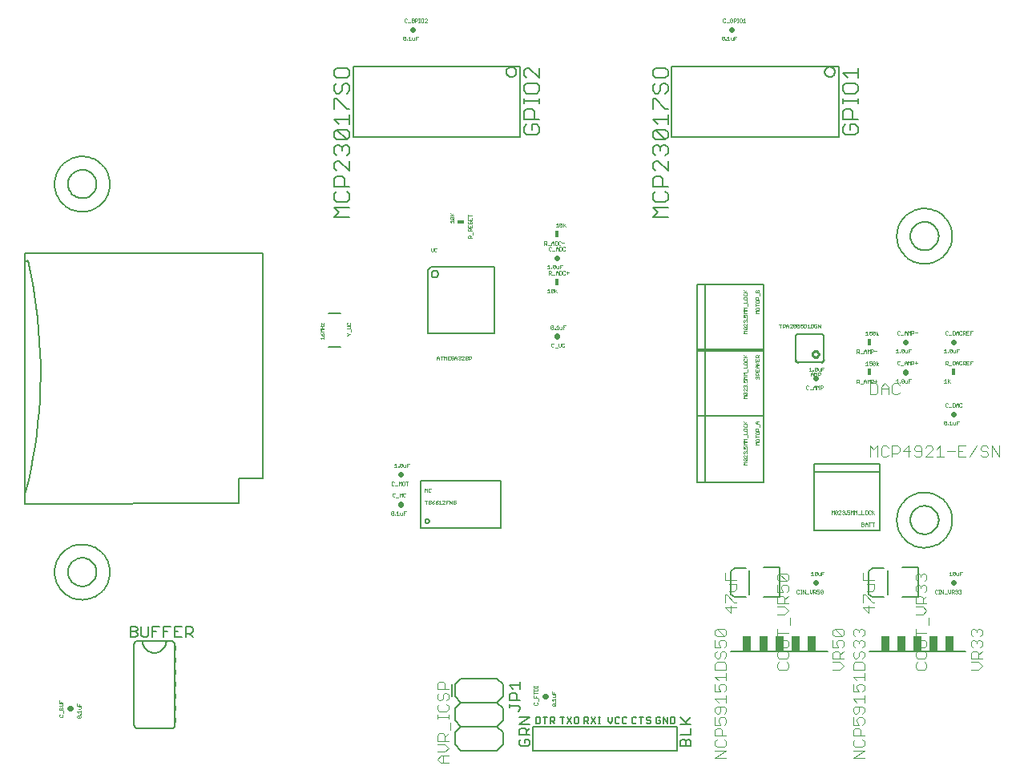
<source format=gto>
G75*
%MOIN*%
%OFA0B0*%
%FSLAX24Y24*%
%IPPOS*%
%LPD*%
%AMOC8*
5,1,8,0,0,1.08239X$1,22.5*
%
%ADD10C,0.0060*%
%ADD11C,0.0010*%
%ADD12C,0.0080*%
%ADD13C,0.0220*%
%ADD14R,0.0300X0.0180*%
%ADD15C,0.0070*%
%ADD16C,0.0050*%
%ADD17C,0.0040*%
%ADD18R,0.0050X0.0200*%
%ADD19C,0.0006*%
%ADD20C,0.0100*%
%ADD21R,0.0180X0.0300*%
%ADD22R,0.0380X0.0660*%
D10*
X004755Y001892D02*
X004755Y005232D01*
X004757Y005255D01*
X004762Y005278D01*
X004771Y005300D01*
X004784Y005320D01*
X004799Y005338D01*
X004817Y005353D01*
X004837Y005366D01*
X004859Y005375D01*
X004882Y005380D01*
X004905Y005382D01*
X005100Y005382D01*
X006100Y005382D01*
X006295Y005382D01*
X006318Y005380D01*
X006341Y005375D01*
X006363Y005366D01*
X006383Y005353D01*
X006401Y005338D01*
X006416Y005320D01*
X006429Y005300D01*
X006438Y005278D01*
X006443Y005255D01*
X006445Y005232D01*
X006445Y001892D01*
X006443Y001869D01*
X006438Y001846D01*
X006429Y001824D01*
X006416Y001804D01*
X006401Y001786D01*
X006383Y001771D01*
X006363Y001758D01*
X006341Y001749D01*
X006318Y001744D01*
X006295Y001742D01*
X004905Y001742D01*
X004882Y001744D01*
X004859Y001749D01*
X004837Y001758D01*
X004817Y001771D01*
X004799Y001786D01*
X004784Y001804D01*
X004771Y001824D01*
X004762Y001846D01*
X004757Y001869D01*
X004755Y001892D01*
X005100Y005382D02*
X005102Y005338D01*
X005108Y005295D01*
X005117Y005253D01*
X005130Y005211D01*
X005147Y005171D01*
X005167Y005132D01*
X005190Y005095D01*
X005217Y005061D01*
X005246Y005028D01*
X005279Y004999D01*
X005313Y004972D01*
X005350Y004949D01*
X005389Y004929D01*
X005429Y004912D01*
X005471Y004899D01*
X005513Y004890D01*
X005556Y004884D01*
X005600Y004882D01*
X005644Y004884D01*
X005687Y004890D01*
X005729Y004899D01*
X005771Y004912D01*
X005811Y004929D01*
X005850Y004949D01*
X005887Y004972D01*
X005921Y004999D01*
X005954Y005028D01*
X005983Y005061D01*
X006010Y005095D01*
X006033Y005132D01*
X006053Y005171D01*
X006070Y005211D01*
X006083Y005253D01*
X006092Y005295D01*
X006098Y005338D01*
X006100Y005382D01*
X001450Y008241D02*
X001452Y008308D01*
X001458Y008376D01*
X001468Y008443D01*
X001482Y008509D01*
X001499Y008574D01*
X001521Y008638D01*
X001546Y008701D01*
X001575Y008762D01*
X001607Y008821D01*
X001643Y008878D01*
X001682Y008933D01*
X001724Y008986D01*
X001769Y009036D01*
X001817Y009083D01*
X001868Y009128D01*
X001921Y009169D01*
X001977Y009208D01*
X002035Y009243D01*
X002095Y009274D01*
X002156Y009302D01*
X002219Y009326D01*
X002283Y009347D01*
X002349Y009363D01*
X002415Y009376D01*
X002482Y009385D01*
X002549Y009390D01*
X002617Y009391D01*
X002684Y009388D01*
X002751Y009381D01*
X002818Y009370D01*
X002884Y009355D01*
X002949Y009337D01*
X003013Y009314D01*
X003075Y009288D01*
X003136Y009259D01*
X003194Y009225D01*
X003251Y009189D01*
X003306Y009149D01*
X003358Y009106D01*
X003407Y009060D01*
X003454Y009011D01*
X003498Y008960D01*
X003538Y008906D01*
X003576Y008850D01*
X003610Y008791D01*
X003640Y008731D01*
X003667Y008669D01*
X003691Y008606D01*
X003710Y008541D01*
X003726Y008476D01*
X003738Y008409D01*
X003746Y008342D01*
X003750Y008275D01*
X003750Y008207D01*
X003746Y008140D01*
X003738Y008073D01*
X003726Y008006D01*
X003710Y007941D01*
X003691Y007876D01*
X003667Y007813D01*
X003640Y007751D01*
X003610Y007691D01*
X003576Y007632D01*
X003538Y007576D01*
X003498Y007522D01*
X003454Y007471D01*
X003407Y007422D01*
X003358Y007376D01*
X003306Y007333D01*
X003251Y007293D01*
X003194Y007257D01*
X003136Y007223D01*
X003075Y007194D01*
X003013Y007168D01*
X002949Y007145D01*
X002884Y007127D01*
X002818Y007112D01*
X002751Y007101D01*
X002684Y007094D01*
X002617Y007091D01*
X002549Y007092D01*
X002482Y007097D01*
X002415Y007106D01*
X002349Y007119D01*
X002283Y007135D01*
X002219Y007156D01*
X002156Y007180D01*
X002095Y007208D01*
X002035Y007239D01*
X001977Y007274D01*
X001921Y007313D01*
X001868Y007354D01*
X001817Y007399D01*
X001769Y007446D01*
X001724Y007496D01*
X001682Y007549D01*
X001643Y007604D01*
X001607Y007661D01*
X001575Y007720D01*
X001546Y007781D01*
X001521Y007844D01*
X001499Y007908D01*
X001482Y007973D01*
X001468Y008039D01*
X001458Y008106D01*
X001452Y008174D01*
X001450Y008241D01*
X016970Y018182D02*
X016970Y020803D01*
X017110Y020942D01*
X019730Y020942D01*
X019730Y018182D01*
X016970Y018182D01*
X017129Y020642D02*
X017131Y020665D01*
X017137Y020688D01*
X017146Y020709D01*
X017159Y020729D01*
X017175Y020746D01*
X017193Y020760D01*
X017213Y020771D01*
X017235Y020779D01*
X017258Y020783D01*
X017282Y020783D01*
X017305Y020779D01*
X017327Y020771D01*
X017347Y020760D01*
X017365Y020746D01*
X017381Y020729D01*
X017394Y020709D01*
X017403Y020688D01*
X017409Y020665D01*
X017411Y020642D01*
X017409Y020619D01*
X017403Y020596D01*
X017394Y020575D01*
X017381Y020555D01*
X017365Y020538D01*
X017347Y020524D01*
X017327Y020513D01*
X017305Y020505D01*
X017282Y020501D01*
X017258Y020501D01*
X017235Y020505D01*
X017213Y020513D01*
X017193Y020524D01*
X017175Y020538D01*
X017159Y020555D01*
X017146Y020575D01*
X017137Y020596D01*
X017131Y020619D01*
X017129Y020642D01*
X013870Y026351D02*
X020820Y026351D01*
X020820Y029274D01*
X013870Y029274D01*
X013870Y026351D01*
X020240Y029052D02*
X020242Y029081D01*
X020248Y029109D01*
X020257Y029136D01*
X020271Y029161D01*
X020287Y029185D01*
X020307Y029205D01*
X020329Y029224D01*
X020353Y029238D01*
X020380Y029250D01*
X020407Y029258D01*
X020436Y029262D01*
X020464Y029262D01*
X020493Y029258D01*
X020520Y029250D01*
X020547Y029238D01*
X020571Y029224D01*
X020593Y029205D01*
X020613Y029185D01*
X020629Y029161D01*
X020643Y029136D01*
X020652Y029109D01*
X020658Y029081D01*
X020660Y029052D01*
X020658Y029023D01*
X020652Y028995D01*
X020643Y028968D01*
X020629Y028943D01*
X020613Y028919D01*
X020593Y028899D01*
X020571Y028880D01*
X020547Y028866D01*
X020520Y028854D01*
X020493Y028846D01*
X020464Y028842D01*
X020436Y028842D01*
X020407Y028846D01*
X020380Y028854D01*
X020353Y028866D01*
X020329Y028880D01*
X020307Y028899D01*
X020287Y028919D01*
X020271Y028943D01*
X020257Y028968D01*
X020248Y028995D01*
X020242Y029023D01*
X020240Y029052D01*
X027120Y029274D02*
X027120Y026351D01*
X034070Y026351D01*
X034070Y029274D01*
X027120Y029274D01*
X033490Y029052D02*
X033492Y029081D01*
X033498Y029109D01*
X033507Y029136D01*
X033521Y029161D01*
X033537Y029185D01*
X033557Y029205D01*
X033579Y029224D01*
X033603Y029238D01*
X033630Y029250D01*
X033657Y029258D01*
X033686Y029262D01*
X033714Y029262D01*
X033743Y029258D01*
X033770Y029250D01*
X033797Y029238D01*
X033821Y029224D01*
X033843Y029205D01*
X033863Y029185D01*
X033879Y029161D01*
X033893Y029136D01*
X033902Y029109D01*
X033908Y029081D01*
X033910Y029052D01*
X033908Y029023D01*
X033902Y028995D01*
X033893Y028968D01*
X033879Y028943D01*
X033863Y028919D01*
X033843Y028899D01*
X033821Y028880D01*
X033797Y028866D01*
X033770Y028854D01*
X033743Y028846D01*
X033714Y028842D01*
X033686Y028842D01*
X033657Y028846D01*
X033630Y028854D01*
X033603Y028866D01*
X033579Y028880D01*
X033557Y028899D01*
X033537Y028919D01*
X033521Y028943D01*
X033507Y028968D01*
X033498Y028995D01*
X033492Y029023D01*
X033490Y029052D01*
X036489Y022218D02*
X036491Y022285D01*
X036497Y022353D01*
X036507Y022420D01*
X036521Y022486D01*
X036538Y022551D01*
X036560Y022615D01*
X036585Y022678D01*
X036614Y022739D01*
X036646Y022798D01*
X036682Y022855D01*
X036721Y022910D01*
X036763Y022963D01*
X036808Y023013D01*
X036856Y023060D01*
X036907Y023105D01*
X036960Y023146D01*
X037016Y023185D01*
X037074Y023220D01*
X037134Y023251D01*
X037195Y023279D01*
X037258Y023303D01*
X037322Y023324D01*
X037388Y023340D01*
X037454Y023353D01*
X037521Y023362D01*
X037588Y023367D01*
X037656Y023368D01*
X037723Y023365D01*
X037790Y023358D01*
X037857Y023347D01*
X037923Y023332D01*
X037988Y023314D01*
X038052Y023291D01*
X038114Y023265D01*
X038175Y023236D01*
X038233Y023202D01*
X038290Y023166D01*
X038345Y023126D01*
X038397Y023083D01*
X038446Y023037D01*
X038493Y022988D01*
X038537Y022937D01*
X038577Y022883D01*
X038615Y022827D01*
X038649Y022768D01*
X038679Y022708D01*
X038706Y022646D01*
X038730Y022583D01*
X038749Y022518D01*
X038765Y022453D01*
X038777Y022386D01*
X038785Y022319D01*
X038789Y022252D01*
X038789Y022184D01*
X038785Y022117D01*
X038777Y022050D01*
X038765Y021983D01*
X038749Y021918D01*
X038730Y021853D01*
X038706Y021790D01*
X038679Y021728D01*
X038649Y021668D01*
X038615Y021609D01*
X038577Y021553D01*
X038537Y021499D01*
X038493Y021448D01*
X038446Y021399D01*
X038397Y021353D01*
X038345Y021310D01*
X038290Y021270D01*
X038233Y021234D01*
X038175Y021200D01*
X038114Y021171D01*
X038052Y021145D01*
X037988Y021122D01*
X037923Y021104D01*
X037857Y021089D01*
X037790Y021078D01*
X037723Y021071D01*
X037656Y021068D01*
X037588Y021069D01*
X037521Y021074D01*
X037454Y021083D01*
X037388Y021096D01*
X037322Y021112D01*
X037258Y021133D01*
X037195Y021157D01*
X037134Y021185D01*
X037074Y021216D01*
X037016Y021251D01*
X036960Y021290D01*
X036907Y021331D01*
X036856Y021376D01*
X036808Y021423D01*
X036763Y021473D01*
X036721Y021526D01*
X036682Y021581D01*
X036646Y021638D01*
X036614Y021697D01*
X036585Y021758D01*
X036560Y021821D01*
X036538Y021885D01*
X036521Y021950D01*
X036507Y022016D01*
X036497Y022083D01*
X036491Y022151D01*
X036489Y022218D01*
X033338Y018145D02*
X032366Y018145D01*
X032349Y018144D01*
X032332Y018139D01*
X032317Y018132D01*
X032303Y018122D01*
X032291Y018110D01*
X032281Y018096D01*
X032274Y018081D01*
X032269Y018064D01*
X032268Y018047D01*
X032267Y018051D02*
X032267Y017082D01*
X032366Y016980D02*
X033334Y016980D01*
X033437Y017082D02*
X033437Y018051D01*
X033436Y018047D02*
X033435Y018064D01*
X033430Y018081D01*
X033423Y018096D01*
X033413Y018110D01*
X033401Y018122D01*
X033387Y018132D01*
X033372Y018139D01*
X033355Y018144D01*
X033338Y018145D01*
X036489Y010406D02*
X036491Y010473D01*
X036497Y010541D01*
X036507Y010608D01*
X036521Y010674D01*
X036538Y010739D01*
X036560Y010803D01*
X036585Y010866D01*
X036614Y010927D01*
X036646Y010986D01*
X036682Y011043D01*
X036721Y011098D01*
X036763Y011151D01*
X036808Y011201D01*
X036856Y011248D01*
X036907Y011293D01*
X036960Y011334D01*
X037016Y011373D01*
X037074Y011408D01*
X037134Y011439D01*
X037195Y011467D01*
X037258Y011491D01*
X037322Y011512D01*
X037388Y011528D01*
X037454Y011541D01*
X037521Y011550D01*
X037588Y011555D01*
X037656Y011556D01*
X037723Y011553D01*
X037790Y011546D01*
X037857Y011535D01*
X037923Y011520D01*
X037988Y011502D01*
X038052Y011479D01*
X038114Y011453D01*
X038175Y011424D01*
X038233Y011390D01*
X038290Y011354D01*
X038345Y011314D01*
X038397Y011271D01*
X038446Y011225D01*
X038493Y011176D01*
X038537Y011125D01*
X038577Y011071D01*
X038615Y011015D01*
X038649Y010956D01*
X038679Y010896D01*
X038706Y010834D01*
X038730Y010771D01*
X038749Y010706D01*
X038765Y010641D01*
X038777Y010574D01*
X038785Y010507D01*
X038789Y010440D01*
X038789Y010372D01*
X038785Y010305D01*
X038777Y010238D01*
X038765Y010171D01*
X038749Y010106D01*
X038730Y010041D01*
X038706Y009978D01*
X038679Y009916D01*
X038649Y009856D01*
X038615Y009797D01*
X038577Y009741D01*
X038537Y009687D01*
X038493Y009636D01*
X038446Y009587D01*
X038397Y009541D01*
X038345Y009498D01*
X038290Y009458D01*
X038233Y009422D01*
X038175Y009388D01*
X038114Y009359D01*
X038052Y009333D01*
X037988Y009310D01*
X037923Y009292D01*
X037857Y009277D01*
X037790Y009266D01*
X037723Y009259D01*
X037656Y009256D01*
X037588Y009257D01*
X037521Y009262D01*
X037454Y009271D01*
X037388Y009284D01*
X037322Y009300D01*
X037258Y009321D01*
X037195Y009345D01*
X037134Y009373D01*
X037074Y009404D01*
X037016Y009439D01*
X036960Y009478D01*
X036907Y009519D01*
X036856Y009564D01*
X036808Y009611D01*
X036763Y009661D01*
X036721Y009714D01*
X036682Y009769D01*
X036646Y009826D01*
X036614Y009885D01*
X036585Y009946D01*
X036560Y010009D01*
X036538Y010073D01*
X036521Y010138D01*
X036507Y010204D01*
X036497Y010271D01*
X036491Y010339D01*
X036489Y010406D01*
X001450Y024383D02*
X001452Y024450D01*
X001458Y024518D01*
X001468Y024585D01*
X001482Y024651D01*
X001499Y024716D01*
X001521Y024780D01*
X001546Y024843D01*
X001575Y024904D01*
X001607Y024963D01*
X001643Y025020D01*
X001682Y025075D01*
X001724Y025128D01*
X001769Y025178D01*
X001817Y025225D01*
X001868Y025270D01*
X001921Y025311D01*
X001977Y025350D01*
X002035Y025385D01*
X002095Y025416D01*
X002156Y025444D01*
X002219Y025468D01*
X002283Y025489D01*
X002349Y025505D01*
X002415Y025518D01*
X002482Y025527D01*
X002549Y025532D01*
X002617Y025533D01*
X002684Y025530D01*
X002751Y025523D01*
X002818Y025512D01*
X002884Y025497D01*
X002949Y025479D01*
X003013Y025456D01*
X003075Y025430D01*
X003136Y025401D01*
X003194Y025367D01*
X003251Y025331D01*
X003306Y025291D01*
X003358Y025248D01*
X003407Y025202D01*
X003454Y025153D01*
X003498Y025102D01*
X003538Y025048D01*
X003576Y024992D01*
X003610Y024933D01*
X003640Y024873D01*
X003667Y024811D01*
X003691Y024748D01*
X003710Y024683D01*
X003726Y024618D01*
X003738Y024551D01*
X003746Y024484D01*
X003750Y024417D01*
X003750Y024349D01*
X003746Y024282D01*
X003738Y024215D01*
X003726Y024148D01*
X003710Y024083D01*
X003691Y024018D01*
X003667Y023955D01*
X003640Y023893D01*
X003610Y023833D01*
X003576Y023774D01*
X003538Y023718D01*
X003498Y023664D01*
X003454Y023613D01*
X003407Y023564D01*
X003358Y023518D01*
X003306Y023475D01*
X003251Y023435D01*
X003194Y023399D01*
X003136Y023365D01*
X003075Y023336D01*
X003013Y023310D01*
X002949Y023287D01*
X002884Y023269D01*
X002818Y023254D01*
X002751Y023243D01*
X002684Y023236D01*
X002617Y023233D01*
X002549Y023234D01*
X002482Y023239D01*
X002415Y023248D01*
X002349Y023261D01*
X002283Y023277D01*
X002219Y023298D01*
X002156Y023322D01*
X002095Y023350D01*
X002035Y023381D01*
X001977Y023416D01*
X001921Y023455D01*
X001868Y023496D01*
X001817Y023541D01*
X001769Y023588D01*
X001724Y023638D01*
X001682Y023691D01*
X001643Y023746D01*
X001607Y023803D01*
X001575Y023862D01*
X001546Y023923D01*
X001521Y023986D01*
X001499Y024050D01*
X001482Y024115D01*
X001468Y024181D01*
X001458Y024248D01*
X001452Y024316D01*
X001450Y024383D01*
D11*
X001670Y002217D02*
X001770Y002217D01*
X001795Y002242D01*
X001795Y002292D01*
X001770Y002318D01*
X001820Y002365D02*
X001820Y002465D01*
X001795Y002512D02*
X001795Y002587D01*
X001770Y002612D01*
X001745Y002612D01*
X001720Y002587D01*
X001720Y002512D01*
X001795Y002512D02*
X001645Y002512D01*
X001645Y002587D01*
X001670Y002612D01*
X001695Y002612D01*
X001720Y002587D01*
X001770Y002659D02*
X001795Y002684D01*
X001795Y002734D01*
X001770Y002759D01*
X001645Y002759D01*
X001645Y002807D02*
X001645Y002907D01*
X001720Y002857D02*
X001720Y002807D01*
X001795Y002807D02*
X001645Y002807D01*
X001645Y002659D02*
X001770Y002659D01*
X001670Y002318D02*
X001645Y002292D01*
X001645Y002242D01*
X001670Y002217D01*
X002395Y002192D02*
X002395Y002242D01*
X002420Y002268D01*
X002520Y002167D01*
X002545Y002192D01*
X002545Y002242D01*
X002520Y002268D01*
X002420Y002268D01*
X002395Y002192D02*
X002420Y002167D01*
X002520Y002167D01*
X002520Y002315D02*
X002520Y002340D01*
X002545Y002340D01*
X002545Y002315D01*
X002520Y002315D01*
X002545Y002388D02*
X002545Y002488D01*
X002545Y002438D02*
X002395Y002438D01*
X002445Y002388D01*
X002445Y002536D02*
X002520Y002536D01*
X002545Y002561D01*
X002545Y002636D01*
X002445Y002636D01*
X002470Y002683D02*
X002470Y002733D01*
X002545Y002683D02*
X002395Y002683D01*
X002395Y002783D01*
X015455Y010642D02*
X015555Y010743D01*
X015555Y010642D01*
X015530Y010617D01*
X015480Y010617D01*
X015455Y010642D01*
X015455Y010743D01*
X015480Y010768D01*
X015530Y010768D01*
X015555Y010743D01*
X015602Y010642D02*
X015627Y010642D01*
X015627Y010617D01*
X015602Y010617D01*
X015602Y010642D01*
X015676Y010617D02*
X015776Y010617D01*
X015726Y010617D02*
X015726Y010768D01*
X015676Y010718D01*
X015823Y010718D02*
X015823Y010642D01*
X015848Y010617D01*
X015923Y010617D01*
X015923Y010718D01*
X015971Y010692D02*
X016021Y010692D01*
X015971Y010617D02*
X015971Y010768D01*
X016071Y010768D01*
X015752Y011342D02*
X015652Y011342D01*
X015605Y011392D02*
X015580Y011367D01*
X015530Y011367D01*
X015505Y011392D01*
X015505Y011493D01*
X015530Y011518D01*
X015580Y011518D01*
X015605Y011493D01*
X015800Y011518D02*
X015850Y011468D01*
X015900Y011518D01*
X015900Y011367D01*
X015947Y011392D02*
X015972Y011367D01*
X016022Y011367D01*
X016047Y011392D01*
X015947Y011392D02*
X015947Y011493D01*
X015972Y011518D01*
X016022Y011518D01*
X016047Y011493D01*
X015800Y011518D02*
X015800Y011367D01*
X015716Y011832D02*
X015616Y011832D01*
X015568Y011882D02*
X015543Y011857D01*
X015493Y011857D01*
X015468Y011882D01*
X015468Y011983D01*
X015493Y012008D01*
X015543Y012008D01*
X015568Y011983D01*
X015763Y012008D02*
X015813Y011958D01*
X015863Y012008D01*
X015863Y011857D01*
X015910Y011882D02*
X015935Y011857D01*
X015985Y011857D01*
X016010Y011882D01*
X016010Y011983D01*
X015985Y012008D01*
X015935Y012008D01*
X015910Y011983D01*
X015910Y011882D01*
X015763Y011857D02*
X015763Y012008D01*
X016058Y012008D02*
X016158Y012008D01*
X016108Y012008D02*
X016108Y011857D01*
X016108Y012607D02*
X016108Y012758D01*
X016208Y012758D01*
X016158Y012682D02*
X016108Y012682D01*
X016060Y012708D02*
X016060Y012607D01*
X015985Y012607D01*
X015960Y012632D01*
X015960Y012708D01*
X015913Y012733D02*
X015813Y012632D01*
X015838Y012607D01*
X015888Y012607D01*
X015913Y012632D01*
X015913Y012733D01*
X015888Y012758D01*
X015838Y012758D01*
X015813Y012733D01*
X015813Y012632D01*
X015764Y012632D02*
X015764Y012607D01*
X015739Y012607D01*
X015739Y012632D01*
X015764Y012632D01*
X015692Y012607D02*
X015592Y012607D01*
X015642Y012607D02*
X015642Y012758D01*
X015592Y012708D01*
X016855Y011718D02*
X016905Y011668D01*
X016955Y011718D01*
X016955Y011567D01*
X017002Y011592D02*
X017027Y011567D01*
X017077Y011567D01*
X017102Y011592D01*
X017002Y011592D02*
X017002Y011693D01*
X017027Y011718D01*
X017077Y011718D01*
X017102Y011693D01*
X016855Y011718D02*
X016855Y011567D01*
X016855Y011218D02*
X016955Y011218D01*
X017002Y011218D02*
X017077Y011218D01*
X017102Y011193D01*
X017102Y011168D01*
X017077Y011142D01*
X017002Y011142D01*
X017002Y011067D02*
X017077Y011067D01*
X017102Y011092D01*
X017102Y011117D01*
X017077Y011142D01*
X017150Y011142D02*
X017225Y011142D01*
X017250Y011117D01*
X017250Y011092D01*
X017225Y011067D01*
X017175Y011067D01*
X017150Y011092D01*
X017150Y011142D01*
X017200Y011193D01*
X017250Y011218D01*
X017297Y011142D02*
X017372Y011142D01*
X017397Y011117D01*
X017397Y011092D01*
X017372Y011067D01*
X017322Y011067D01*
X017297Y011092D01*
X017297Y011142D01*
X017347Y011193D01*
X017397Y011218D01*
X017444Y011168D02*
X017494Y011218D01*
X017494Y011067D01*
X017444Y011067D02*
X017544Y011067D01*
X017592Y011067D02*
X017692Y011168D01*
X017692Y011193D01*
X017667Y011218D01*
X017617Y011218D01*
X017592Y011193D01*
X017592Y011067D02*
X017692Y011067D01*
X017739Y011067D02*
X017739Y011218D01*
X017839Y011218D01*
X017886Y011218D02*
X017986Y011067D01*
X017986Y011218D01*
X018034Y011193D02*
X018034Y011092D01*
X018059Y011067D01*
X018109Y011067D01*
X018134Y011092D01*
X018134Y011142D01*
X018084Y011142D01*
X018134Y011193D02*
X018109Y011218D01*
X018059Y011218D01*
X018034Y011193D01*
X017886Y011218D02*
X017886Y011067D01*
X017789Y011142D02*
X017739Y011142D01*
X017002Y011067D02*
X017002Y011218D01*
X016905Y011218D02*
X016905Y011067D01*
X017355Y017067D02*
X017355Y017168D01*
X017405Y017218D01*
X017455Y017168D01*
X017455Y017067D01*
X017455Y017142D02*
X017355Y017142D01*
X017502Y017218D02*
X017602Y017218D01*
X017650Y017218D02*
X017700Y017168D01*
X017750Y017218D01*
X017750Y017067D01*
X017797Y017067D02*
X017897Y017067D01*
X017944Y017092D02*
X017944Y017193D01*
X017969Y017218D01*
X018019Y017218D01*
X018044Y017193D01*
X018044Y017142D02*
X017994Y017142D01*
X018044Y017142D02*
X018044Y017092D01*
X018019Y017067D01*
X017969Y017067D01*
X017944Y017092D01*
X017847Y017142D02*
X017797Y017142D01*
X017797Y017067D02*
X017797Y017218D01*
X017897Y017218D01*
X018092Y017168D02*
X018142Y017218D01*
X018192Y017168D01*
X018192Y017067D01*
X018239Y017092D02*
X018264Y017067D01*
X018314Y017067D01*
X018339Y017092D01*
X018339Y017117D01*
X018314Y017142D01*
X018289Y017142D01*
X018314Y017142D02*
X018339Y017168D01*
X018339Y017193D01*
X018314Y017218D01*
X018264Y017218D01*
X018239Y017193D01*
X018192Y017142D02*
X018092Y017142D01*
X018092Y017168D02*
X018092Y017067D01*
X018386Y017067D02*
X018486Y017168D01*
X018486Y017193D01*
X018461Y017218D01*
X018411Y017218D01*
X018386Y017193D01*
X018386Y017067D02*
X018486Y017067D01*
X018534Y017092D02*
X018534Y017117D01*
X018559Y017142D01*
X018609Y017142D01*
X018634Y017117D01*
X018634Y017092D01*
X018609Y017067D01*
X018559Y017067D01*
X018534Y017092D01*
X018559Y017142D02*
X018534Y017168D01*
X018534Y017193D01*
X018559Y017218D01*
X018609Y017218D01*
X018634Y017193D01*
X018634Y017168D01*
X018609Y017142D01*
X018681Y017117D02*
X018756Y017117D01*
X018781Y017142D01*
X018781Y017193D01*
X018756Y017218D01*
X018681Y017218D01*
X018681Y017067D01*
X017650Y017067D02*
X017650Y017218D01*
X017552Y017218D02*
X017552Y017067D01*
X013755Y018128D02*
X013680Y018128D01*
X013630Y018178D01*
X013605Y018178D01*
X013680Y018128D02*
X013630Y018078D01*
X013605Y018078D01*
X013780Y018225D02*
X013780Y018326D01*
X013730Y018373D02*
X013755Y018398D01*
X013755Y018448D01*
X013730Y018473D01*
X013605Y018473D01*
X013630Y018520D02*
X013730Y018520D01*
X013755Y018545D01*
X013755Y018595D01*
X013730Y018620D01*
X013630Y018620D02*
X013605Y018595D01*
X013605Y018545D01*
X013630Y018520D01*
X013605Y018373D02*
X013730Y018373D01*
X012655Y018373D02*
X012505Y018373D01*
X012505Y018326D02*
X012655Y018326D01*
X012580Y018373D02*
X012580Y018473D01*
X012555Y018520D02*
X012555Y018620D01*
X012655Y018520D01*
X012655Y018620D01*
X012655Y018473D02*
X012505Y018473D01*
X012505Y018326D02*
X012555Y018275D01*
X012505Y018225D01*
X012655Y018225D01*
X012630Y018178D02*
X012605Y018178D01*
X012580Y018153D01*
X012580Y018078D01*
X012630Y018078D01*
X012655Y018103D01*
X012655Y018153D01*
X012630Y018178D01*
X012530Y018128D02*
X012580Y018078D01*
X012530Y018128D02*
X012505Y018178D01*
X012505Y017981D02*
X012655Y017981D01*
X012655Y017931D02*
X012655Y018031D01*
X012555Y017931D02*
X012505Y017981D01*
X017105Y021592D02*
X017105Y021718D01*
X017205Y021718D02*
X017205Y021592D01*
X017180Y021567D01*
X017130Y021567D01*
X017105Y021592D01*
X017252Y021592D02*
X017277Y021567D01*
X017327Y021567D01*
X017352Y021592D01*
X017252Y021592D02*
X017252Y021693D01*
X017277Y021718D01*
X017327Y021718D01*
X017352Y021693D01*
X018655Y022136D02*
X018655Y022211D01*
X018680Y022236D01*
X018730Y022236D01*
X018755Y022211D01*
X018755Y022136D01*
X018805Y022136D02*
X018655Y022136D01*
X018755Y022186D02*
X018805Y022236D01*
X018830Y022283D02*
X018830Y022384D01*
X018805Y022431D02*
X018655Y022431D01*
X018655Y022506D01*
X018680Y022531D01*
X018730Y022531D01*
X018755Y022506D01*
X018755Y022431D01*
X018755Y022481D02*
X018805Y022531D01*
X018805Y022578D02*
X018805Y022678D01*
X018780Y022725D02*
X018805Y022750D01*
X018805Y022801D01*
X018780Y022826D01*
X018755Y022826D01*
X018730Y022801D01*
X018730Y022750D01*
X018705Y022725D01*
X018680Y022725D01*
X018655Y022750D01*
X018655Y022801D01*
X018680Y022826D01*
X018655Y022873D02*
X018805Y022873D01*
X018805Y022973D01*
X018730Y022923D02*
X018730Y022873D01*
X018655Y022873D02*
X018655Y022973D01*
X018655Y023020D02*
X018655Y023120D01*
X018655Y023070D02*
X018805Y023070D01*
X018655Y022678D02*
X018655Y022578D01*
X018805Y022578D01*
X018730Y022578D02*
X018730Y022628D01*
X018055Y022775D02*
X018055Y022876D01*
X018055Y022825D02*
X017905Y022825D01*
X017955Y022775D01*
X017930Y022923D02*
X017905Y022948D01*
X017905Y022998D01*
X017930Y023023D01*
X018030Y022923D01*
X018055Y022948D01*
X018055Y022998D01*
X018030Y023023D01*
X017930Y023023D01*
X017905Y023070D02*
X018055Y023070D01*
X018005Y023070D02*
X017905Y023170D01*
X017980Y023095D02*
X018055Y023170D01*
X018030Y022923D02*
X017930Y022923D01*
X021821Y022008D02*
X021896Y022008D01*
X021921Y021983D01*
X021921Y021932D01*
X021896Y021907D01*
X021821Y021907D01*
X021821Y021857D02*
X021821Y022008D01*
X021871Y021907D02*
X021921Y021857D01*
X021968Y021832D02*
X022068Y021832D01*
X022116Y021857D02*
X022116Y021958D01*
X022166Y022008D01*
X022216Y021958D01*
X022216Y021857D01*
X022263Y021857D02*
X022338Y021857D01*
X022363Y021882D01*
X022363Y021983D01*
X022338Y022008D01*
X022263Y022008D01*
X022263Y021857D01*
X022216Y021932D02*
X022116Y021932D01*
X022080Y021768D02*
X022030Y021768D01*
X022005Y021743D01*
X022005Y021642D01*
X022030Y021617D01*
X022080Y021617D01*
X022105Y021642D01*
X022152Y021592D02*
X022252Y021592D01*
X022300Y021617D02*
X022300Y021718D01*
X022350Y021768D01*
X022400Y021718D01*
X022400Y021617D01*
X022447Y021617D02*
X022522Y021617D01*
X022547Y021642D01*
X022547Y021743D01*
X022522Y021768D01*
X022447Y021768D01*
X022447Y021617D01*
X022400Y021692D02*
X022300Y021692D01*
X022105Y021743D02*
X022080Y021768D01*
X022410Y021882D02*
X022435Y021857D01*
X022485Y021857D01*
X022510Y021882D01*
X022558Y021932D02*
X022658Y021932D01*
X022510Y021983D02*
X022485Y022008D01*
X022435Y022008D01*
X022410Y021983D01*
X022410Y021882D01*
X022594Y021743D02*
X022594Y021642D01*
X022619Y021617D01*
X022669Y021617D01*
X022694Y021642D01*
X022694Y021743D02*
X022669Y021768D01*
X022619Y021768D01*
X022594Y021743D01*
X022608Y022607D02*
X022608Y022758D01*
X022560Y022733D02*
X022460Y022632D01*
X022485Y022607D01*
X022535Y022607D01*
X022560Y022632D01*
X022560Y022733D01*
X022535Y022758D01*
X022485Y022758D01*
X022460Y022733D01*
X022460Y022632D01*
X022413Y022607D02*
X022313Y022607D01*
X022363Y022607D02*
X022363Y022758D01*
X022313Y022708D01*
X022608Y022657D02*
X022708Y022758D01*
X022633Y022682D02*
X022708Y022607D01*
X022571Y021018D02*
X022471Y021018D01*
X022471Y020867D01*
X022423Y020867D02*
X022423Y020968D01*
X022471Y020942D02*
X022521Y020942D01*
X022423Y020867D02*
X022348Y020867D01*
X022323Y020892D01*
X022323Y020968D01*
X022276Y020993D02*
X022176Y020892D01*
X022201Y020867D01*
X022251Y020867D01*
X022276Y020892D01*
X022276Y020993D01*
X022251Y021018D01*
X022201Y021018D01*
X022176Y020993D01*
X022176Y020892D01*
X022127Y020892D02*
X022127Y020867D01*
X022102Y020867D01*
X022102Y020892D01*
X022127Y020892D01*
X022055Y020867D02*
X021955Y020867D01*
X022005Y020867D02*
X022005Y021018D01*
X021955Y020968D01*
X022005Y020768D02*
X022005Y020617D01*
X022005Y020667D02*
X022080Y020667D01*
X022105Y020692D01*
X022105Y020743D01*
X022080Y020768D01*
X022005Y020768D01*
X022055Y020667D02*
X022105Y020617D01*
X022152Y020592D02*
X022252Y020592D01*
X022300Y020617D02*
X022300Y020718D01*
X022350Y020768D01*
X022400Y020718D01*
X022400Y020617D01*
X022447Y020617D02*
X022522Y020617D01*
X022547Y020642D01*
X022547Y020743D01*
X022522Y020768D01*
X022447Y020768D01*
X022447Y020617D01*
X022400Y020692D02*
X022300Y020692D01*
X022594Y020642D02*
X022619Y020617D01*
X022669Y020617D01*
X022694Y020642D01*
X022742Y020692D02*
X022842Y020692D01*
X022792Y020642D02*
X022792Y020743D01*
X022694Y020743D02*
X022669Y020768D01*
X022619Y020768D01*
X022594Y020743D01*
X022594Y020642D01*
X022350Y020018D02*
X022250Y019917D01*
X022275Y019942D02*
X022350Y019867D01*
X022250Y019867D02*
X022250Y020018D01*
X022202Y019993D02*
X022102Y019892D01*
X022127Y019867D01*
X022177Y019867D01*
X022202Y019892D01*
X022202Y019993D01*
X022177Y020018D01*
X022127Y020018D01*
X022102Y019993D01*
X022102Y019892D01*
X022055Y019867D02*
X021955Y019867D01*
X022005Y019867D02*
X022005Y020018D01*
X021955Y019968D01*
X022117Y018508D02*
X022167Y018508D01*
X022192Y018483D01*
X022092Y018382D01*
X022117Y018357D01*
X022167Y018357D01*
X022192Y018382D01*
X022192Y018483D01*
X022117Y018508D02*
X022092Y018483D01*
X022092Y018382D01*
X022239Y018382D02*
X022264Y018382D01*
X022264Y018357D01*
X022239Y018357D01*
X022239Y018382D01*
X022313Y018357D02*
X022413Y018357D01*
X022363Y018357D02*
X022363Y018508D01*
X022313Y018458D01*
X022460Y018458D02*
X022460Y018382D01*
X022485Y018357D01*
X022560Y018357D01*
X022560Y018458D01*
X022608Y018432D02*
X022658Y018432D01*
X022608Y018357D02*
X022608Y018508D01*
X022708Y018508D01*
X022633Y017758D02*
X022583Y017758D01*
X022558Y017733D01*
X022558Y017632D01*
X022583Y017607D01*
X022633Y017607D01*
X022658Y017632D01*
X022658Y017733D02*
X022633Y017758D01*
X022510Y017758D02*
X022510Y017632D01*
X022485Y017607D01*
X022435Y017607D01*
X022410Y017632D01*
X022410Y017758D01*
X022363Y017582D02*
X022263Y017582D01*
X022216Y017632D02*
X022191Y017607D01*
X022141Y017607D01*
X022116Y017632D01*
X022116Y017733D01*
X022141Y017758D01*
X022191Y017758D01*
X022216Y017733D01*
X030105Y018188D02*
X030155Y018238D01*
X030105Y018289D01*
X030255Y018289D01*
X030230Y018336D02*
X030130Y018436D01*
X030230Y018436D01*
X030255Y018411D01*
X030255Y018361D01*
X030230Y018336D01*
X030130Y018336D01*
X030105Y018361D01*
X030105Y018411D01*
X030130Y018436D01*
X030130Y018483D02*
X030105Y018508D01*
X030105Y018558D01*
X030130Y018583D01*
X030155Y018583D01*
X030255Y018483D01*
X030255Y018583D01*
X030230Y018630D02*
X030255Y018655D01*
X030255Y018705D01*
X030230Y018731D01*
X030205Y018731D01*
X030180Y018705D01*
X030180Y018680D01*
X030180Y018705D02*
X030155Y018731D01*
X030130Y018731D01*
X030105Y018705D01*
X030105Y018655D01*
X030130Y018630D01*
X030230Y018778D02*
X030230Y018803D01*
X030255Y018803D01*
X030255Y018778D01*
X030230Y018778D01*
X030230Y018851D02*
X030255Y018876D01*
X030255Y018926D01*
X030230Y018951D01*
X030180Y018951D01*
X030155Y018926D01*
X030155Y018901D01*
X030180Y018851D01*
X030105Y018851D01*
X030105Y018951D01*
X030105Y018999D02*
X030155Y019049D01*
X030105Y019099D01*
X030255Y019099D01*
X030255Y019146D02*
X030105Y019146D01*
X030155Y019196D01*
X030105Y019246D01*
X030255Y019246D01*
X030280Y019293D02*
X030280Y019393D01*
X030255Y019441D02*
X030255Y019541D01*
X030230Y019588D02*
X030255Y019613D01*
X030255Y019663D01*
X030230Y019688D01*
X030130Y019688D01*
X030105Y019663D01*
X030105Y019613D01*
X030130Y019588D01*
X030230Y019588D01*
X030230Y019735D02*
X030255Y019760D01*
X030255Y019810D01*
X030230Y019835D01*
X030255Y019883D02*
X030105Y019883D01*
X030130Y019835D02*
X030105Y019810D01*
X030105Y019760D01*
X030130Y019735D01*
X030230Y019735D01*
X030205Y019883D02*
X030105Y019983D01*
X030180Y019908D02*
X030255Y019983D01*
X030605Y019958D02*
X030630Y019983D01*
X030655Y019983D01*
X030680Y019958D01*
X030680Y019883D01*
X030680Y019958D02*
X030705Y019983D01*
X030730Y019983D01*
X030755Y019958D01*
X030755Y019883D01*
X030605Y019883D01*
X030605Y019958D01*
X030780Y019835D02*
X030780Y019735D01*
X030755Y019688D02*
X030705Y019638D01*
X030705Y019663D02*
X030705Y019588D01*
X030755Y019588D02*
X030605Y019588D01*
X030605Y019663D01*
X030630Y019688D01*
X030680Y019688D01*
X030705Y019663D01*
X030730Y019541D02*
X030630Y019541D01*
X030605Y019516D01*
X030605Y019466D01*
X030630Y019441D01*
X030730Y019441D01*
X030755Y019466D01*
X030755Y019516D01*
X030730Y019541D01*
X030605Y019393D02*
X030605Y019293D01*
X030605Y019343D02*
X030755Y019343D01*
X030730Y019246D02*
X030630Y019246D01*
X030605Y019221D01*
X030605Y019171D01*
X030630Y019146D01*
X030730Y019146D01*
X030755Y019171D01*
X030755Y019221D01*
X030730Y019246D01*
X030755Y019099D02*
X030605Y019099D01*
X030655Y019049D01*
X030605Y018999D01*
X030755Y018999D01*
X030255Y018999D02*
X030105Y018999D01*
X030105Y019441D02*
X030255Y019441D01*
X030255Y018188D02*
X030105Y018188D01*
X030105Y017270D02*
X030205Y017170D01*
X030180Y017195D02*
X030255Y017270D01*
X030255Y017170D02*
X030105Y017170D01*
X030130Y017123D02*
X030105Y017098D01*
X030105Y017048D01*
X030130Y017023D01*
X030230Y017023D01*
X030255Y017048D01*
X030255Y017098D01*
X030230Y017123D01*
X030230Y016976D02*
X030130Y016976D01*
X030105Y016950D01*
X030105Y016900D01*
X030130Y016875D01*
X030230Y016875D01*
X030255Y016900D01*
X030255Y016950D01*
X030230Y016976D01*
X030255Y016828D02*
X030255Y016728D01*
X030105Y016728D01*
X030280Y016681D02*
X030280Y016581D01*
X030255Y016534D02*
X030105Y016534D01*
X030155Y016483D01*
X030105Y016433D01*
X030255Y016433D01*
X030255Y016386D02*
X030105Y016386D01*
X030155Y016336D01*
X030105Y016286D01*
X030255Y016286D01*
X030230Y016239D02*
X030255Y016214D01*
X030255Y016164D01*
X030230Y016139D01*
X030230Y016090D02*
X030255Y016090D01*
X030255Y016065D01*
X030230Y016065D01*
X030230Y016090D01*
X030180Y016139D02*
X030155Y016189D01*
X030155Y016214D01*
X030180Y016239D01*
X030230Y016239D01*
X030180Y016139D02*
X030105Y016139D01*
X030105Y016239D01*
X030130Y016018D02*
X030105Y015993D01*
X030105Y015943D01*
X030130Y015918D01*
X030130Y015871D02*
X030105Y015846D01*
X030105Y015796D01*
X030130Y015770D01*
X030130Y015723D02*
X030230Y015623D01*
X030255Y015648D01*
X030255Y015698D01*
X030230Y015723D01*
X030130Y015723D01*
X030105Y015698D01*
X030105Y015648D01*
X030130Y015623D01*
X030230Y015623D01*
X030255Y015576D02*
X030105Y015576D01*
X030155Y015526D01*
X030105Y015476D01*
X030255Y015476D01*
X030255Y015770D02*
X030155Y015871D01*
X030130Y015871D01*
X030180Y015968D02*
X030180Y015993D01*
X030205Y016018D01*
X030230Y016018D01*
X030255Y015993D01*
X030255Y015943D01*
X030230Y015918D01*
X030255Y015871D02*
X030255Y015770D01*
X030180Y015993D02*
X030155Y016018D01*
X030130Y016018D01*
X030605Y016311D02*
X030630Y016286D01*
X030655Y016286D01*
X030680Y016311D01*
X030680Y016361D01*
X030705Y016386D01*
X030730Y016386D01*
X030755Y016361D01*
X030755Y016311D01*
X030730Y016286D01*
X030605Y016311D02*
X030605Y016361D01*
X030630Y016386D01*
X030605Y016433D02*
X030605Y016509D01*
X030630Y016534D01*
X030680Y016534D01*
X030705Y016509D01*
X030705Y016433D01*
X030755Y016433D02*
X030605Y016433D01*
X030605Y016581D02*
X030755Y016581D01*
X030755Y016681D01*
X030755Y016728D02*
X030655Y016728D01*
X030605Y016778D01*
X030655Y016828D01*
X030755Y016828D01*
X030755Y016875D02*
X030605Y016875D01*
X030680Y016900D02*
X030755Y016976D01*
X030755Y017023D02*
X030755Y017123D01*
X030755Y017170D02*
X030605Y017170D01*
X030605Y017245D01*
X030630Y017270D01*
X030680Y017270D01*
X030705Y017245D01*
X030705Y017170D01*
X030705Y017220D02*
X030755Y017270D01*
X030605Y017123D02*
X030605Y017023D01*
X030755Y017023D01*
X030680Y017023D02*
X030680Y017073D01*
X030605Y016976D02*
X030705Y016875D01*
X030680Y016828D02*
X030680Y016728D01*
X030605Y016681D02*
X030605Y016581D01*
X030680Y016581D02*
X030680Y016631D01*
X031637Y018407D02*
X031637Y018558D01*
X031587Y018558D02*
X031687Y018558D01*
X031734Y018558D02*
X031809Y018558D01*
X031834Y018533D01*
X031834Y018482D01*
X031809Y018457D01*
X031734Y018457D01*
X031734Y018407D02*
X031734Y018558D01*
X031882Y018508D02*
X031882Y018407D01*
X031882Y018482D02*
X031982Y018482D01*
X031982Y018508D02*
X031982Y018407D01*
X032029Y018407D02*
X032129Y018508D01*
X032129Y018533D01*
X032104Y018558D01*
X032054Y018558D01*
X032029Y018533D01*
X031982Y018508D02*
X031932Y018558D01*
X031882Y018508D01*
X032029Y018407D02*
X032129Y018407D01*
X032176Y018432D02*
X032276Y018533D01*
X032276Y018432D01*
X032251Y018407D01*
X032201Y018407D01*
X032176Y018432D01*
X032176Y018533D01*
X032201Y018558D01*
X032251Y018558D01*
X032276Y018533D01*
X032324Y018533D02*
X032349Y018558D01*
X032399Y018558D01*
X032424Y018533D01*
X032324Y018432D01*
X032349Y018407D01*
X032399Y018407D01*
X032424Y018432D01*
X032424Y018533D01*
X032471Y018558D02*
X032471Y018482D01*
X032521Y018508D01*
X032546Y018508D01*
X032571Y018482D01*
X032571Y018432D01*
X032546Y018407D01*
X032496Y018407D01*
X032471Y018432D01*
X032471Y018558D02*
X032571Y018558D01*
X032618Y018558D02*
X032618Y018407D01*
X032693Y018407D01*
X032718Y018432D01*
X032718Y018533D01*
X032693Y018558D01*
X032618Y018558D01*
X032766Y018508D02*
X032816Y018558D01*
X032816Y018407D01*
X032766Y018407D02*
X032866Y018407D01*
X032913Y018407D02*
X032988Y018407D01*
X033013Y018432D01*
X033013Y018533D01*
X032988Y018558D01*
X032913Y018558D01*
X032913Y018407D01*
X033060Y018432D02*
X033060Y018533D01*
X033085Y018558D01*
X033135Y018558D01*
X033160Y018533D01*
X033160Y018482D02*
X033110Y018482D01*
X033160Y018482D02*
X033160Y018432D01*
X033135Y018407D01*
X033085Y018407D01*
X033060Y018432D01*
X033208Y018407D02*
X033208Y018558D01*
X033308Y018407D01*
X033308Y018558D01*
X032324Y018533D02*
X032324Y018432D01*
X032892Y016758D02*
X032892Y016607D01*
X032842Y016607D02*
X032942Y016607D01*
X032989Y016607D02*
X033014Y016607D01*
X033014Y016632D01*
X032989Y016632D01*
X032989Y016607D01*
X032963Y016558D02*
X032913Y016508D01*
X032913Y016407D01*
X032913Y016482D02*
X033013Y016482D01*
X033013Y016508D02*
X033013Y016407D01*
X033060Y016407D02*
X033060Y016558D01*
X033110Y016508D01*
X033160Y016558D01*
X033160Y016407D01*
X033208Y016407D02*
X033208Y016558D01*
X033283Y016558D01*
X033308Y016533D01*
X033308Y016482D01*
X033283Y016457D01*
X033208Y016457D01*
X033235Y016607D02*
X033310Y016607D01*
X033310Y016708D01*
X033358Y016682D02*
X033408Y016682D01*
X033358Y016607D02*
X033358Y016758D01*
X033458Y016758D01*
X033210Y016708D02*
X033210Y016632D01*
X033235Y016607D01*
X033163Y016632D02*
X033138Y016607D01*
X033088Y016607D01*
X033063Y016632D01*
X033163Y016733D01*
X033163Y016632D01*
X033063Y016632D02*
X033063Y016733D01*
X033088Y016758D01*
X033138Y016758D01*
X033163Y016733D01*
X032963Y016558D02*
X033013Y016508D01*
X032842Y016708D02*
X032892Y016758D01*
X032793Y016008D02*
X032743Y016008D01*
X032718Y015983D01*
X032718Y015882D01*
X032743Y015857D01*
X032793Y015857D01*
X032818Y015882D01*
X032866Y015832D02*
X032966Y015832D01*
X033013Y015857D02*
X033013Y015958D01*
X033063Y016008D01*
X033113Y015958D01*
X033113Y015857D01*
X033160Y015857D02*
X033160Y016008D01*
X033210Y015958D01*
X033260Y016008D01*
X033260Y015857D01*
X033308Y015857D02*
X033308Y016008D01*
X033383Y016008D01*
X033408Y015983D01*
X033408Y015932D01*
X033383Y015907D01*
X033308Y015907D01*
X033113Y015932D02*
X033013Y015932D01*
X032818Y015983D02*
X032793Y016008D01*
X034821Y016107D02*
X034821Y016258D01*
X034896Y016258D01*
X034921Y016233D01*
X034921Y016182D01*
X034896Y016157D01*
X034821Y016157D01*
X034871Y016157D02*
X034921Y016107D01*
X034968Y016082D02*
X035068Y016082D01*
X035116Y016107D02*
X035116Y016208D01*
X035166Y016258D01*
X035216Y016208D01*
X035216Y016107D01*
X035263Y016107D02*
X035263Y016258D01*
X035313Y016208D01*
X035363Y016258D01*
X035363Y016107D01*
X035410Y016107D02*
X035410Y016258D01*
X035485Y016258D01*
X035510Y016233D01*
X035510Y016182D01*
X035485Y016157D01*
X035410Y016157D01*
X035558Y016182D02*
X035658Y016182D01*
X035608Y016132D02*
X035608Y016233D01*
X035216Y016182D02*
X035116Y016182D01*
X035190Y016857D02*
X035290Y016857D01*
X035240Y016857D02*
X035240Y017008D01*
X035190Y016958D01*
X035338Y016932D02*
X035388Y016958D01*
X035413Y016958D01*
X035438Y016932D01*
X035438Y016882D01*
X035413Y016857D01*
X035363Y016857D01*
X035338Y016882D01*
X035338Y016932D02*
X035338Y017008D01*
X035438Y017008D01*
X035485Y016983D02*
X035510Y017008D01*
X035560Y017008D01*
X035585Y016983D01*
X035485Y016882D01*
X035510Y016857D01*
X035560Y016857D01*
X035585Y016882D01*
X035585Y016983D01*
X035632Y017008D02*
X035632Y016857D01*
X035632Y016907D02*
X035707Y016958D01*
X035632Y016907D02*
X035707Y016857D01*
X035485Y016882D02*
X035485Y016983D01*
X035410Y017357D02*
X035410Y017508D01*
X035485Y017508D01*
X035510Y017483D01*
X035510Y017432D01*
X035485Y017407D01*
X035410Y017407D01*
X035363Y017357D02*
X035363Y017508D01*
X035313Y017458D01*
X035263Y017508D01*
X035263Y017357D01*
X035216Y017357D02*
X035216Y017458D01*
X035166Y017508D01*
X035116Y017458D01*
X035116Y017357D01*
X035068Y017332D02*
X034968Y017332D01*
X034921Y017357D02*
X034871Y017407D01*
X034896Y017407D02*
X034821Y017407D01*
X034821Y017357D02*
X034821Y017508D01*
X034896Y017508D01*
X034921Y017483D01*
X034921Y017432D01*
X034896Y017407D01*
X035116Y017432D02*
X035216Y017432D01*
X035558Y017432D02*
X035658Y017432D01*
X035632Y018107D02*
X035632Y018258D01*
X035585Y018233D02*
X035485Y018132D01*
X035510Y018107D01*
X035560Y018107D01*
X035585Y018132D01*
X035585Y018233D01*
X035560Y018258D01*
X035510Y018258D01*
X035485Y018233D01*
X035485Y018132D01*
X035438Y018132D02*
X035413Y018107D01*
X035363Y018107D01*
X035338Y018132D01*
X035338Y018182D02*
X035388Y018208D01*
X035413Y018208D01*
X035438Y018182D01*
X035438Y018132D01*
X035338Y018182D02*
X035338Y018258D01*
X035438Y018258D01*
X035240Y018258D02*
X035240Y018107D01*
X035190Y018107D02*
X035290Y018107D01*
X035190Y018208D02*
X035240Y018258D01*
X035632Y018157D02*
X035707Y018107D01*
X035632Y018157D02*
X035707Y018208D01*
X036505Y018243D02*
X036505Y018142D01*
X036530Y018117D01*
X036580Y018117D01*
X036605Y018142D01*
X036652Y018092D02*
X036752Y018092D01*
X036800Y018117D02*
X036800Y018218D01*
X036850Y018268D01*
X036900Y018218D01*
X036900Y018117D01*
X036947Y018117D02*
X036947Y018268D01*
X036997Y018218D01*
X037047Y018268D01*
X037047Y018117D01*
X037094Y018117D02*
X037094Y018268D01*
X037169Y018268D01*
X037194Y018243D01*
X037194Y018192D01*
X037169Y018167D01*
X037094Y018167D01*
X037242Y018192D02*
X037342Y018192D01*
X036900Y018192D02*
X036800Y018192D01*
X036605Y018243D02*
X036580Y018268D01*
X036530Y018268D01*
X036505Y018243D01*
X036505Y017518D02*
X036505Y017367D01*
X036455Y017367D02*
X036555Y017367D01*
X036602Y017367D02*
X036627Y017367D01*
X036627Y017392D01*
X036602Y017392D01*
X036602Y017367D01*
X036676Y017392D02*
X036776Y017493D01*
X036776Y017392D01*
X036751Y017367D01*
X036701Y017367D01*
X036676Y017392D01*
X036676Y017493D01*
X036701Y017518D01*
X036751Y017518D01*
X036776Y017493D01*
X036823Y017468D02*
X036823Y017392D01*
X036848Y017367D01*
X036923Y017367D01*
X036923Y017468D01*
X036971Y017442D02*
X037021Y017442D01*
X036971Y017367D02*
X036971Y017518D01*
X037071Y017518D01*
X037094Y017018D02*
X037169Y017018D01*
X037194Y016993D01*
X037194Y016942D01*
X037169Y016917D01*
X037094Y016917D01*
X037094Y016867D02*
X037094Y017018D01*
X037047Y017018D02*
X037047Y016867D01*
X036947Y016867D02*
X036947Y017018D01*
X036997Y016968D01*
X037047Y017018D01*
X036900Y016968D02*
X036900Y016867D01*
X036900Y016942D02*
X036800Y016942D01*
X036800Y016968D02*
X036850Y017018D01*
X036900Y016968D01*
X036800Y016968D02*
X036800Y016867D01*
X036752Y016842D02*
X036652Y016842D01*
X036605Y016892D02*
X036580Y016867D01*
X036530Y016867D01*
X036505Y016892D01*
X036505Y016993D01*
X036530Y017018D01*
X036580Y017018D01*
X036605Y016993D01*
X036455Y017468D02*
X036505Y017518D01*
X037242Y016942D02*
X037342Y016942D01*
X037292Y016892D02*
X037292Y016993D01*
X037071Y016268D02*
X036971Y016268D01*
X036971Y016117D01*
X036923Y016117D02*
X036923Y016218D01*
X036971Y016192D02*
X037021Y016192D01*
X036923Y016117D02*
X036848Y016117D01*
X036823Y016142D01*
X036823Y016218D01*
X036776Y016243D02*
X036676Y016142D01*
X036701Y016117D01*
X036751Y016117D01*
X036776Y016142D01*
X036776Y016243D01*
X036751Y016268D01*
X036701Y016268D01*
X036676Y016243D01*
X036676Y016142D01*
X036627Y016142D02*
X036627Y016117D01*
X036602Y016117D01*
X036602Y016142D01*
X036627Y016142D01*
X036555Y016117D02*
X036455Y016117D01*
X036505Y016117D02*
X036505Y016268D01*
X036455Y016218D01*
X038455Y016218D02*
X038505Y016268D01*
X038505Y016117D01*
X038455Y016117D02*
X038555Y016117D01*
X038602Y016117D02*
X038602Y016268D01*
X038627Y016192D02*
X038702Y016117D01*
X038602Y016167D02*
X038702Y016268D01*
X038652Y016842D02*
X038752Y016842D01*
X038800Y016867D02*
X038875Y016867D01*
X038900Y016892D01*
X038900Y016993D01*
X038875Y017018D01*
X038800Y017018D01*
X038800Y016867D01*
X038947Y016867D02*
X038947Y016968D01*
X038997Y017018D01*
X039047Y016968D01*
X039047Y016867D01*
X039094Y016892D02*
X039119Y016867D01*
X039169Y016867D01*
X039194Y016892D01*
X039242Y016867D02*
X039242Y017018D01*
X039317Y017018D01*
X039342Y016993D01*
X039342Y016942D01*
X039317Y016917D01*
X039242Y016917D01*
X039292Y016917D02*
X039342Y016867D01*
X039389Y016867D02*
X039489Y016867D01*
X039536Y016867D02*
X039536Y017018D01*
X039636Y017018D01*
X039586Y016942D02*
X039536Y016942D01*
X039489Y017018D02*
X039389Y017018D01*
X039389Y016867D01*
X039389Y016942D02*
X039439Y016942D01*
X039194Y016993D02*
X039169Y017018D01*
X039119Y017018D01*
X039094Y016993D01*
X039094Y016892D01*
X039047Y016942D02*
X038947Y016942D01*
X038605Y016942D02*
X038580Y016917D01*
X038505Y016917D01*
X038505Y016867D02*
X038505Y017018D01*
X038580Y017018D01*
X038605Y016993D01*
X038605Y016942D01*
X038555Y016917D02*
X038605Y016867D01*
X038627Y017367D02*
X038602Y017367D01*
X038602Y017392D01*
X038627Y017392D01*
X038627Y017367D01*
X038676Y017392D02*
X038776Y017493D01*
X038776Y017392D01*
X038751Y017367D01*
X038701Y017367D01*
X038676Y017392D01*
X038676Y017493D01*
X038701Y017518D01*
X038751Y017518D01*
X038776Y017493D01*
X038823Y017468D02*
X038823Y017392D01*
X038848Y017367D01*
X038923Y017367D01*
X038923Y017468D01*
X038971Y017442D02*
X039021Y017442D01*
X038971Y017367D02*
X038971Y017518D01*
X039071Y017518D01*
X038555Y017367D02*
X038455Y017367D01*
X038505Y017367D02*
X038505Y017518D01*
X038455Y017468D01*
X038530Y018117D02*
X038580Y018117D01*
X038605Y018142D01*
X038652Y018092D02*
X038752Y018092D01*
X038800Y018117D02*
X038875Y018117D01*
X038900Y018142D01*
X038900Y018243D01*
X038875Y018268D01*
X038800Y018268D01*
X038800Y018117D01*
X038947Y018117D02*
X038947Y018218D01*
X038997Y018268D01*
X039047Y018218D01*
X039047Y018117D01*
X039094Y018142D02*
X039094Y018243D01*
X039119Y018268D01*
X039169Y018268D01*
X039194Y018243D01*
X039242Y018268D02*
X039317Y018268D01*
X039342Y018243D01*
X039342Y018192D01*
X039317Y018167D01*
X039242Y018167D01*
X039242Y018117D02*
X039242Y018268D01*
X039292Y018167D02*
X039342Y018117D01*
X039389Y018117D02*
X039489Y018117D01*
X039536Y018117D02*
X039536Y018268D01*
X039636Y018268D01*
X039586Y018192D02*
X039536Y018192D01*
X039489Y018268D02*
X039389Y018268D01*
X039389Y018117D01*
X039389Y018192D02*
X039439Y018192D01*
X039194Y018142D02*
X039169Y018117D01*
X039119Y018117D01*
X039094Y018142D01*
X039047Y018192D02*
X038947Y018192D01*
X038605Y018243D02*
X038580Y018268D01*
X038530Y018268D01*
X038505Y018243D01*
X038505Y018142D01*
X038530Y018117D01*
X038530Y015268D02*
X038505Y015243D01*
X038505Y015142D01*
X038530Y015117D01*
X038580Y015117D01*
X038605Y015142D01*
X038652Y015092D02*
X038752Y015092D01*
X038800Y015117D02*
X038875Y015117D01*
X038900Y015142D01*
X038900Y015243D01*
X038875Y015268D01*
X038800Y015268D01*
X038800Y015117D01*
X038947Y015117D02*
X038947Y015218D01*
X038997Y015268D01*
X039047Y015218D01*
X039047Y015117D01*
X039094Y015142D02*
X039094Y015243D01*
X039119Y015268D01*
X039169Y015268D01*
X039194Y015243D01*
X039194Y015142D02*
X039169Y015117D01*
X039119Y015117D01*
X039094Y015142D01*
X039047Y015192D02*
X038947Y015192D01*
X038605Y015243D02*
X038580Y015268D01*
X038530Y015268D01*
X038530Y014518D02*
X038555Y014493D01*
X038455Y014392D01*
X038480Y014367D01*
X038530Y014367D01*
X038555Y014392D01*
X038555Y014493D01*
X038530Y014518D02*
X038480Y014518D01*
X038455Y014493D01*
X038455Y014392D01*
X038602Y014392D02*
X038627Y014392D01*
X038627Y014367D01*
X038602Y014367D01*
X038602Y014392D01*
X038676Y014367D02*
X038776Y014367D01*
X038726Y014367D02*
X038726Y014518D01*
X038676Y014468D01*
X038823Y014468D02*
X038823Y014392D01*
X038848Y014367D01*
X038923Y014367D01*
X038923Y014468D01*
X038971Y014442D02*
X039021Y014442D01*
X038971Y014367D02*
X038971Y014518D01*
X039071Y014518D01*
X035558Y010808D02*
X035458Y010707D01*
X035483Y010732D02*
X035558Y010657D01*
X035458Y010657D02*
X035458Y010808D01*
X035410Y010783D02*
X035385Y010808D01*
X035335Y010808D01*
X035310Y010783D01*
X035310Y010682D01*
X035335Y010657D01*
X035385Y010657D01*
X035410Y010682D01*
X035263Y010682D02*
X035263Y010783D01*
X035238Y010808D01*
X035188Y010808D01*
X035163Y010783D01*
X035163Y010682D01*
X035188Y010657D01*
X035238Y010657D01*
X035263Y010682D01*
X035116Y010657D02*
X035016Y010657D01*
X035016Y010808D01*
X034968Y010632D02*
X034868Y010632D01*
X034821Y010657D02*
X034821Y010808D01*
X034771Y010758D01*
X034721Y010808D01*
X034721Y010657D01*
X034674Y010657D02*
X034674Y010808D01*
X034624Y010758D01*
X034574Y010808D01*
X034574Y010657D01*
X034526Y010682D02*
X034501Y010657D01*
X034451Y010657D01*
X034426Y010682D01*
X034378Y010682D02*
X034378Y010657D01*
X034353Y010657D01*
X034353Y010682D01*
X034378Y010682D01*
X034426Y010732D02*
X034476Y010758D01*
X034501Y010758D01*
X034526Y010732D01*
X034526Y010682D01*
X034426Y010732D02*
X034426Y010808D01*
X034526Y010808D01*
X034305Y010783D02*
X034305Y010758D01*
X034280Y010732D01*
X034305Y010707D01*
X034305Y010682D01*
X034280Y010657D01*
X034230Y010657D01*
X034205Y010682D01*
X034158Y010657D02*
X034058Y010657D01*
X034158Y010758D01*
X034158Y010783D01*
X034133Y010808D01*
X034083Y010808D01*
X034058Y010783D01*
X034011Y010783D02*
X033911Y010682D01*
X033936Y010657D01*
X033986Y010657D01*
X034011Y010682D01*
X034011Y010783D01*
X033986Y010808D01*
X033936Y010808D01*
X033911Y010783D01*
X033911Y010682D01*
X033864Y010657D02*
X033864Y010808D01*
X033813Y010758D01*
X033763Y010808D01*
X033763Y010657D01*
X034205Y010783D02*
X034230Y010808D01*
X034280Y010808D01*
X034305Y010783D01*
X034280Y010732D02*
X034255Y010732D01*
X035016Y010308D02*
X035091Y010308D01*
X035116Y010283D01*
X035116Y010258D01*
X035091Y010232D01*
X035016Y010232D01*
X035016Y010157D02*
X035091Y010157D01*
X035116Y010182D01*
X035116Y010207D01*
X035091Y010232D01*
X035163Y010232D02*
X035263Y010232D01*
X035263Y010258D02*
X035263Y010157D01*
X035360Y010157D02*
X035360Y010308D01*
X035310Y010308D02*
X035410Y010308D01*
X035458Y010308D02*
X035558Y010308D01*
X035508Y010308D02*
X035508Y010157D01*
X035263Y010258D02*
X035213Y010308D01*
X035163Y010258D01*
X035163Y010157D01*
X035016Y010157D02*
X035016Y010308D01*
X033458Y008258D02*
X033358Y008258D01*
X033358Y008107D01*
X033310Y008107D02*
X033310Y008208D01*
X033358Y008182D02*
X033408Y008182D01*
X033310Y008107D02*
X033235Y008107D01*
X033210Y008132D01*
X033210Y008208D01*
X033163Y008233D02*
X033063Y008132D01*
X033088Y008107D01*
X033138Y008107D01*
X033163Y008132D01*
X033163Y008233D01*
X033138Y008258D01*
X033088Y008258D01*
X033063Y008233D01*
X033063Y008132D01*
X033016Y008107D02*
X032916Y008107D01*
X032966Y008107D02*
X032966Y008258D01*
X032916Y008208D01*
X032966Y007508D02*
X032966Y007407D01*
X032916Y007357D01*
X032866Y007407D01*
X032866Y007508D01*
X033013Y007508D02*
X033013Y007357D01*
X033013Y007407D02*
X033088Y007407D01*
X033113Y007432D01*
X033113Y007483D01*
X033088Y007508D01*
X033013Y007508D01*
X033063Y007407D02*
X033113Y007357D01*
X033160Y007382D02*
X033185Y007357D01*
X033235Y007357D01*
X033260Y007382D01*
X033260Y007432D01*
X033235Y007458D01*
X033210Y007458D01*
X033160Y007432D01*
X033160Y007508D01*
X033260Y007508D01*
X033308Y007483D02*
X033333Y007508D01*
X033383Y007508D01*
X033408Y007483D01*
X033308Y007382D01*
X033333Y007357D01*
X033383Y007357D01*
X033408Y007382D01*
X033408Y007483D01*
X033308Y007483D02*
X033308Y007382D01*
X032818Y007332D02*
X032718Y007332D01*
X032671Y007357D02*
X032671Y007508D01*
X032571Y007508D02*
X032571Y007357D01*
X032523Y007357D02*
X032473Y007357D01*
X032498Y007357D02*
X032498Y007508D01*
X032473Y007508D02*
X032523Y007508D01*
X032571Y007508D02*
X032671Y007357D01*
X032426Y007382D02*
X032401Y007357D01*
X032351Y007357D01*
X032326Y007382D01*
X032326Y007483D01*
X032351Y007508D01*
X032401Y007508D01*
X032426Y007483D01*
X038076Y007483D02*
X038076Y007382D01*
X038101Y007357D01*
X038151Y007357D01*
X038176Y007382D01*
X038223Y007357D02*
X038273Y007357D01*
X038248Y007357D02*
X038248Y007508D01*
X038223Y007508D02*
X038273Y007508D01*
X038321Y007508D02*
X038421Y007357D01*
X038421Y007508D01*
X038321Y007508D02*
X038321Y007357D01*
X038468Y007332D02*
X038568Y007332D01*
X038616Y007407D02*
X038666Y007357D01*
X038716Y007407D01*
X038716Y007508D01*
X038763Y007508D02*
X038838Y007508D01*
X038863Y007483D01*
X038863Y007432D01*
X038838Y007407D01*
X038763Y007407D01*
X038763Y007357D02*
X038763Y007508D01*
X038813Y007407D02*
X038863Y007357D01*
X038910Y007382D02*
X038935Y007357D01*
X038985Y007357D01*
X039010Y007382D01*
X039010Y007407D01*
X038985Y007432D01*
X038960Y007432D01*
X038985Y007432D02*
X039010Y007458D01*
X039010Y007483D01*
X038985Y007508D01*
X038935Y007508D01*
X038910Y007483D01*
X039058Y007483D02*
X039083Y007508D01*
X039133Y007508D01*
X039158Y007483D01*
X039158Y007458D01*
X039133Y007432D01*
X039158Y007407D01*
X039158Y007382D01*
X039133Y007357D01*
X039083Y007357D01*
X039058Y007382D01*
X039108Y007432D02*
X039133Y007432D01*
X038616Y007407D02*
X038616Y007508D01*
X038176Y007483D02*
X038151Y007508D01*
X038101Y007508D01*
X038076Y007483D01*
X038666Y008107D02*
X038766Y008107D01*
X038716Y008107D02*
X038716Y008258D01*
X038666Y008208D01*
X038813Y008233D02*
X038838Y008258D01*
X038888Y008258D01*
X038913Y008233D01*
X038813Y008132D01*
X038838Y008107D01*
X038888Y008107D01*
X038913Y008132D01*
X038913Y008233D01*
X038960Y008208D02*
X038960Y008132D01*
X038985Y008107D01*
X039060Y008107D01*
X039060Y008208D01*
X039108Y008182D02*
X039158Y008182D01*
X039108Y008107D02*
X039108Y008258D01*
X039208Y008258D01*
X038813Y008233D02*
X038813Y008132D01*
X030755Y013530D02*
X030605Y013530D01*
X030655Y013580D01*
X030605Y013630D01*
X030755Y013630D01*
X030730Y013678D02*
X030755Y013703D01*
X030755Y013753D01*
X030730Y013778D01*
X030630Y013778D01*
X030605Y013753D01*
X030605Y013703D01*
X030630Y013678D01*
X030730Y013678D01*
X030605Y013825D02*
X030605Y013925D01*
X030605Y013875D02*
X030755Y013875D01*
X030730Y013972D02*
X030755Y013997D01*
X030755Y014047D01*
X030730Y014072D01*
X030630Y014072D01*
X030605Y014047D01*
X030605Y013997D01*
X030630Y013972D01*
X030730Y013972D01*
X030755Y014120D02*
X030605Y014120D01*
X030605Y014195D01*
X030630Y014220D01*
X030680Y014220D01*
X030705Y014195D01*
X030705Y014120D01*
X030705Y014170D02*
X030755Y014220D01*
X030780Y014267D02*
X030780Y014367D01*
X030755Y014414D02*
X030655Y014414D01*
X030605Y014464D01*
X030655Y014514D01*
X030755Y014514D01*
X030680Y014514D02*
X030680Y014414D01*
X030255Y014414D02*
X030105Y014414D01*
X030130Y014367D02*
X030105Y014342D01*
X030105Y014292D01*
X030130Y014267D01*
X030230Y014267D01*
X030255Y014292D01*
X030255Y014342D01*
X030230Y014367D01*
X030205Y014414D02*
X030105Y014514D01*
X030180Y014439D02*
X030255Y014514D01*
X030230Y014220D02*
X030130Y014220D01*
X030105Y014195D01*
X030105Y014145D01*
X030130Y014120D01*
X030230Y014120D01*
X030255Y014145D01*
X030255Y014195D01*
X030230Y014220D01*
X030255Y014072D02*
X030255Y013972D01*
X030105Y013972D01*
X030280Y013925D02*
X030280Y013825D01*
X030255Y013778D02*
X030105Y013778D01*
X030155Y013728D01*
X030105Y013678D01*
X030255Y013678D01*
X030255Y013630D02*
X030105Y013630D01*
X030155Y013580D01*
X030105Y013530D01*
X030255Y013530D01*
X030230Y013483D02*
X030255Y013458D01*
X030255Y013408D01*
X030230Y013383D01*
X030230Y013334D02*
X030255Y013334D01*
X030255Y013309D01*
X030230Y013309D01*
X030230Y013334D01*
X030180Y013383D02*
X030155Y013433D01*
X030155Y013458D01*
X030180Y013483D01*
X030230Y013483D01*
X030180Y013383D02*
X030105Y013383D01*
X030105Y013483D01*
X030130Y013262D02*
X030105Y013237D01*
X030105Y013187D01*
X030130Y013162D01*
X030130Y013115D02*
X030105Y013090D01*
X030105Y013040D01*
X030130Y013015D01*
X030130Y012967D02*
X030230Y012867D01*
X030255Y012892D01*
X030255Y012942D01*
X030230Y012967D01*
X030130Y012967D01*
X030105Y012942D01*
X030105Y012892D01*
X030130Y012867D01*
X030230Y012867D01*
X030255Y012820D02*
X030105Y012820D01*
X030155Y012770D01*
X030105Y012720D01*
X030255Y012720D01*
X030255Y013015D02*
X030155Y013115D01*
X030130Y013115D01*
X030180Y013212D02*
X030180Y013237D01*
X030205Y013262D01*
X030230Y013262D01*
X030255Y013237D01*
X030255Y013187D01*
X030230Y013162D01*
X030255Y013115D02*
X030255Y013015D01*
X030180Y013237D02*
X030155Y013262D01*
X030130Y013262D01*
X022145Y003283D02*
X022145Y003183D01*
X022295Y003183D01*
X022295Y003136D02*
X022195Y003136D01*
X022220Y003183D02*
X022220Y003233D01*
X022295Y003136D02*
X022295Y003061D01*
X022270Y003036D01*
X022195Y003036D01*
X022145Y002938D02*
X022295Y002938D01*
X022295Y002888D02*
X022295Y002988D01*
X022195Y002888D02*
X022145Y002938D01*
X022270Y002840D02*
X022295Y002840D01*
X022295Y002815D01*
X022270Y002815D01*
X022270Y002840D01*
X022270Y002768D02*
X022295Y002742D01*
X022295Y002692D01*
X022270Y002667D01*
X022170Y002768D01*
X022270Y002768D01*
X022170Y002768D02*
X022145Y002742D01*
X022145Y002692D01*
X022170Y002667D01*
X022270Y002667D01*
X021570Y002865D02*
X021570Y002965D01*
X021545Y003012D02*
X021395Y003012D01*
X021395Y003112D01*
X021395Y003159D02*
X021395Y003259D01*
X021395Y003307D02*
X021395Y003382D01*
X021420Y003407D01*
X021520Y003407D01*
X021545Y003382D01*
X021545Y003307D01*
X021395Y003307D01*
X021395Y003209D02*
X021545Y003209D01*
X021470Y003062D02*
X021470Y003012D01*
X021520Y002818D02*
X021545Y002792D01*
X021545Y002742D01*
X021520Y002717D01*
X021420Y002717D01*
X021395Y002742D01*
X021395Y002792D01*
X021420Y002818D01*
X021395Y003454D02*
X021395Y003504D01*
X021395Y003479D02*
X021545Y003479D01*
X021545Y003454D02*
X021545Y003504D01*
X016471Y030367D02*
X016471Y030518D01*
X016571Y030518D01*
X016521Y030442D02*
X016471Y030442D01*
X016423Y030468D02*
X016423Y030367D01*
X016348Y030367D01*
X016323Y030392D01*
X016323Y030468D01*
X016226Y030518D02*
X016226Y030367D01*
X016176Y030367D02*
X016276Y030367D01*
X016176Y030468D02*
X016226Y030518D01*
X016127Y030392D02*
X016127Y030367D01*
X016102Y030367D01*
X016102Y030392D01*
X016127Y030392D01*
X016055Y030392D02*
X016030Y030367D01*
X015980Y030367D01*
X015955Y030392D01*
X016055Y030493D01*
X016055Y030392D01*
X015955Y030392D02*
X015955Y030493D01*
X015980Y030518D01*
X016030Y030518D01*
X016055Y030493D01*
X016152Y031092D02*
X016252Y031092D01*
X016300Y031142D02*
X016325Y031117D01*
X016375Y031117D01*
X016400Y031142D01*
X016400Y031192D01*
X016350Y031192D01*
X016300Y031142D02*
X016300Y031243D01*
X016325Y031268D01*
X016375Y031268D01*
X016400Y031243D01*
X016447Y031268D02*
X016522Y031268D01*
X016547Y031243D01*
X016547Y031192D01*
X016522Y031167D01*
X016447Y031167D01*
X016447Y031117D02*
X016447Y031268D01*
X016594Y031268D02*
X016644Y031268D01*
X016619Y031268D02*
X016619Y031117D01*
X016594Y031117D02*
X016644Y031117D01*
X016693Y031142D02*
X016718Y031117D01*
X016768Y031117D01*
X016793Y031142D01*
X016793Y031243D01*
X016768Y031268D01*
X016718Y031268D01*
X016693Y031243D01*
X016693Y031142D01*
X016840Y031117D02*
X016940Y031218D01*
X016940Y031243D01*
X016915Y031268D01*
X016865Y031268D01*
X016840Y031243D01*
X016840Y031117D02*
X016940Y031117D01*
X016105Y031142D02*
X016080Y031117D01*
X016030Y031117D01*
X016005Y031142D01*
X016005Y031243D01*
X016030Y031268D01*
X016080Y031268D01*
X016105Y031243D01*
X029205Y030493D02*
X029205Y030392D01*
X029305Y030493D01*
X029305Y030392D01*
X029280Y030367D01*
X029230Y030367D01*
X029205Y030392D01*
X029205Y030493D02*
X029230Y030518D01*
X029280Y030518D01*
X029305Y030493D01*
X029352Y030392D02*
X029377Y030392D01*
X029377Y030367D01*
X029352Y030367D01*
X029352Y030392D01*
X029426Y030367D02*
X029526Y030367D01*
X029476Y030367D02*
X029476Y030518D01*
X029426Y030468D01*
X029573Y030468D02*
X029573Y030392D01*
X029598Y030367D01*
X029673Y030367D01*
X029673Y030468D01*
X029721Y030442D02*
X029771Y030442D01*
X029721Y030367D02*
X029721Y030518D01*
X029821Y030518D01*
X029502Y031092D02*
X029402Y031092D01*
X029355Y031142D02*
X029330Y031117D01*
X029280Y031117D01*
X029255Y031142D01*
X029255Y031243D01*
X029280Y031268D01*
X029330Y031268D01*
X029355Y031243D01*
X029550Y031243D02*
X029550Y031142D01*
X029575Y031117D01*
X029625Y031117D01*
X029650Y031142D01*
X029650Y031192D01*
X029600Y031192D01*
X029650Y031243D02*
X029625Y031268D01*
X029575Y031268D01*
X029550Y031243D01*
X029697Y031268D02*
X029772Y031268D01*
X029797Y031243D01*
X029797Y031192D01*
X029772Y031167D01*
X029697Y031167D01*
X029697Y031117D02*
X029697Y031268D01*
X029844Y031268D02*
X029894Y031268D01*
X029869Y031268D02*
X029869Y031117D01*
X029844Y031117D02*
X029894Y031117D01*
X029943Y031142D02*
X029968Y031117D01*
X030018Y031117D01*
X030043Y031142D01*
X030043Y031243D01*
X030018Y031268D01*
X029968Y031268D01*
X029943Y031243D01*
X029943Y031142D01*
X030090Y031117D02*
X030190Y031117D01*
X030140Y031117D02*
X030140Y031268D01*
X030090Y031218D01*
D12*
X037048Y022218D02*
X037050Y022266D01*
X037056Y022314D01*
X037066Y022361D01*
X037079Y022407D01*
X037097Y022452D01*
X037117Y022496D01*
X037142Y022538D01*
X037170Y022577D01*
X037200Y022614D01*
X037234Y022648D01*
X037271Y022680D01*
X037309Y022709D01*
X037350Y022734D01*
X037393Y022756D01*
X037438Y022774D01*
X037484Y022788D01*
X037531Y022799D01*
X037579Y022806D01*
X037627Y022809D01*
X037675Y022808D01*
X037723Y022803D01*
X037771Y022794D01*
X037817Y022782D01*
X037862Y022765D01*
X037906Y022745D01*
X037948Y022722D01*
X037988Y022695D01*
X038026Y022665D01*
X038061Y022632D01*
X038093Y022596D01*
X038123Y022558D01*
X038149Y022517D01*
X038171Y022474D01*
X038191Y022430D01*
X038206Y022385D01*
X038218Y022338D01*
X038226Y022290D01*
X038230Y022242D01*
X038230Y022194D01*
X038226Y022146D01*
X038218Y022098D01*
X038206Y022051D01*
X038191Y022006D01*
X038171Y021962D01*
X038149Y021919D01*
X038123Y021878D01*
X038093Y021840D01*
X038061Y021804D01*
X038026Y021771D01*
X037988Y021741D01*
X037948Y021714D01*
X037906Y021691D01*
X037862Y021671D01*
X037817Y021654D01*
X037771Y021642D01*
X037723Y021633D01*
X037675Y021628D01*
X037627Y021627D01*
X037579Y021630D01*
X037531Y021637D01*
X037484Y021648D01*
X037438Y021662D01*
X037393Y021680D01*
X037350Y021702D01*
X037309Y021727D01*
X037271Y021756D01*
X037234Y021788D01*
X037200Y021822D01*
X037170Y021859D01*
X037142Y021898D01*
X037117Y021940D01*
X037097Y021984D01*
X037079Y022029D01*
X037066Y022075D01*
X037056Y022122D01*
X037050Y022170D01*
X037048Y022218D01*
X030939Y020214D02*
X030939Y017458D01*
X028498Y017458D01*
X028498Y020214D01*
X030939Y020214D01*
X028498Y020214D02*
X028183Y020214D01*
X028183Y017458D01*
X028498Y017458D01*
X028498Y017501D02*
X028498Y014745D01*
X028183Y014745D01*
X028183Y017501D01*
X028498Y017501D01*
X030939Y017501D01*
X030939Y014745D01*
X028498Y014745D01*
X028498Y011990D01*
X028183Y011990D01*
X028183Y014745D01*
X028498Y014745D01*
X030939Y014745D01*
X030939Y011990D01*
X028498Y011990D01*
X030954Y008442D02*
X031624Y008442D01*
X031624Y007202D01*
X030954Y007202D01*
X030360Y007296D02*
X030360Y008319D01*
X030206Y008423D02*
X029734Y008423D01*
X029576Y008285D01*
X029576Y007320D01*
X029734Y007202D01*
X030206Y007202D01*
X029734Y007202D01*
X029594Y004946D02*
X033606Y004946D01*
X035344Y004946D02*
X039356Y004946D01*
X037374Y007202D02*
X036704Y007202D01*
X037374Y007202D02*
X037374Y008442D01*
X036704Y008442D01*
X036110Y008319D02*
X036110Y007296D01*
X035956Y007202D02*
X035484Y007202D01*
X035956Y007202D01*
X035484Y007202D02*
X035326Y007320D01*
X035326Y008285D01*
X035484Y008423D01*
X035956Y008423D01*
X035789Y009974D02*
X035789Y012415D01*
X033033Y012415D01*
X033033Y012730D01*
X035789Y012730D01*
X035789Y012415D01*
X037048Y010406D02*
X037050Y010454D01*
X037056Y010502D01*
X037066Y010549D01*
X037079Y010595D01*
X037097Y010640D01*
X037117Y010684D01*
X037142Y010726D01*
X037170Y010765D01*
X037200Y010802D01*
X037234Y010836D01*
X037271Y010868D01*
X037309Y010897D01*
X037350Y010922D01*
X037393Y010944D01*
X037438Y010962D01*
X037484Y010976D01*
X037531Y010987D01*
X037579Y010994D01*
X037627Y010997D01*
X037675Y010996D01*
X037723Y010991D01*
X037771Y010982D01*
X037817Y010970D01*
X037862Y010953D01*
X037906Y010933D01*
X037948Y010910D01*
X037988Y010883D01*
X038026Y010853D01*
X038061Y010820D01*
X038093Y010784D01*
X038123Y010746D01*
X038149Y010705D01*
X038171Y010662D01*
X038191Y010618D01*
X038206Y010573D01*
X038218Y010526D01*
X038226Y010478D01*
X038230Y010430D01*
X038230Y010382D01*
X038226Y010334D01*
X038218Y010286D01*
X038206Y010239D01*
X038191Y010194D01*
X038171Y010150D01*
X038149Y010107D01*
X038123Y010066D01*
X038093Y010028D01*
X038061Y009992D01*
X038026Y009959D01*
X037988Y009929D01*
X037948Y009902D01*
X037906Y009879D01*
X037862Y009859D01*
X037817Y009842D01*
X037771Y009830D01*
X037723Y009821D01*
X037675Y009816D01*
X037627Y009815D01*
X037579Y009818D01*
X037531Y009825D01*
X037484Y009836D01*
X037438Y009850D01*
X037393Y009868D01*
X037350Y009890D01*
X037309Y009915D01*
X037271Y009944D01*
X037234Y009976D01*
X037200Y010010D01*
X037170Y010047D01*
X037142Y010086D01*
X037117Y010128D01*
X037097Y010172D01*
X037079Y010217D01*
X037066Y010263D01*
X037056Y010310D01*
X037050Y010358D01*
X037048Y010406D01*
X035789Y009974D02*
X033033Y009974D01*
X033033Y012415D01*
X027910Y002203D02*
X027700Y001993D01*
X027770Y001923D02*
X027490Y002203D01*
X027490Y001923D02*
X027910Y001923D01*
X027910Y001743D02*
X027910Y001463D01*
X027490Y001463D01*
X027560Y001283D02*
X027630Y001283D01*
X027700Y001213D01*
X027700Y001002D01*
X027910Y001002D02*
X027910Y001213D01*
X027840Y001283D01*
X027770Y001283D01*
X027700Y001213D01*
X027560Y001283D02*
X027490Y001213D01*
X027490Y001002D01*
X027910Y001002D01*
X021210Y001072D02*
X021210Y001213D01*
X021140Y001283D01*
X021000Y001283D01*
X021000Y001143D01*
X020860Y001283D02*
X020790Y001213D01*
X020790Y001072D01*
X020860Y001002D01*
X021140Y001002D01*
X021210Y001072D01*
X021210Y001463D02*
X020790Y001463D01*
X020790Y001673D01*
X020860Y001743D01*
X021000Y001743D01*
X021070Y001673D01*
X021070Y001463D01*
X021070Y001603D02*
X021210Y001743D01*
X021210Y001923D02*
X020790Y001923D01*
X021210Y002203D01*
X020790Y002203D01*
X020100Y002062D02*
X019850Y001812D01*
X018350Y001812D01*
X018100Y001562D01*
X018100Y001062D01*
X018350Y000812D01*
X019850Y000812D01*
X020100Y001062D01*
X020100Y001562D01*
X019850Y001812D01*
X020100Y002062D02*
X020100Y002562D01*
X019850Y002812D01*
X018350Y002812D01*
X018100Y002562D01*
X018100Y002062D01*
X018350Y001812D01*
X018350Y002812D02*
X018100Y003062D01*
X018100Y003562D01*
X018350Y003812D01*
X019850Y003812D01*
X020100Y003562D01*
X020100Y003062D01*
X019850Y002812D01*
X017968Y003062D02*
X017968Y003562D01*
X016677Y010078D02*
X016677Y012047D01*
X020023Y012047D01*
X020023Y010078D01*
X016677Y010078D01*
X016862Y010362D02*
X016864Y010380D01*
X016870Y010398D01*
X016879Y010414D01*
X016891Y010427D01*
X016906Y010438D01*
X016923Y010446D01*
X016941Y010450D01*
X016959Y010450D01*
X016977Y010446D01*
X016994Y010438D01*
X017009Y010427D01*
X017021Y010414D01*
X017030Y010398D01*
X017036Y010380D01*
X017038Y010362D01*
X017036Y010344D01*
X017030Y010326D01*
X017021Y010310D01*
X017009Y010297D01*
X016994Y010286D01*
X016977Y010278D01*
X016959Y010274D01*
X016941Y010274D01*
X016923Y010278D01*
X016906Y010286D01*
X016891Y010297D01*
X016879Y010310D01*
X016870Y010326D01*
X016864Y010344D01*
X016862Y010362D01*
X013356Y017604D02*
X012844Y017604D01*
X012844Y019021D02*
X013356Y019021D01*
X002009Y024383D02*
X002011Y024431D01*
X002017Y024479D01*
X002027Y024526D01*
X002040Y024572D01*
X002058Y024617D01*
X002078Y024661D01*
X002103Y024703D01*
X002131Y024742D01*
X002161Y024779D01*
X002195Y024813D01*
X002232Y024845D01*
X002270Y024874D01*
X002311Y024899D01*
X002354Y024921D01*
X002399Y024939D01*
X002445Y024953D01*
X002492Y024964D01*
X002540Y024971D01*
X002588Y024974D01*
X002636Y024973D01*
X002684Y024968D01*
X002732Y024959D01*
X002778Y024947D01*
X002823Y024930D01*
X002867Y024910D01*
X002909Y024887D01*
X002949Y024860D01*
X002987Y024830D01*
X003022Y024797D01*
X003054Y024761D01*
X003084Y024723D01*
X003110Y024682D01*
X003132Y024639D01*
X003152Y024595D01*
X003167Y024550D01*
X003179Y024503D01*
X003187Y024455D01*
X003191Y024407D01*
X003191Y024359D01*
X003187Y024311D01*
X003179Y024263D01*
X003167Y024216D01*
X003152Y024171D01*
X003132Y024127D01*
X003110Y024084D01*
X003084Y024043D01*
X003054Y024005D01*
X003022Y023969D01*
X002987Y023936D01*
X002949Y023906D01*
X002909Y023879D01*
X002867Y023856D01*
X002823Y023836D01*
X002778Y023819D01*
X002732Y023807D01*
X002684Y023798D01*
X002636Y023793D01*
X002588Y023792D01*
X002540Y023795D01*
X002492Y023802D01*
X002445Y023813D01*
X002399Y023827D01*
X002354Y023845D01*
X002311Y023867D01*
X002270Y023892D01*
X002232Y023921D01*
X002195Y023953D01*
X002161Y023987D01*
X002131Y024024D01*
X002103Y024063D01*
X002078Y024105D01*
X002058Y024149D01*
X002040Y024194D01*
X002027Y024240D01*
X002017Y024287D01*
X002011Y024335D01*
X002009Y024383D01*
X002009Y008241D02*
X002011Y008289D01*
X002017Y008337D01*
X002027Y008384D01*
X002040Y008430D01*
X002058Y008475D01*
X002078Y008519D01*
X002103Y008561D01*
X002131Y008600D01*
X002161Y008637D01*
X002195Y008671D01*
X002232Y008703D01*
X002270Y008732D01*
X002311Y008757D01*
X002354Y008779D01*
X002399Y008797D01*
X002445Y008811D01*
X002492Y008822D01*
X002540Y008829D01*
X002588Y008832D01*
X002636Y008831D01*
X002684Y008826D01*
X002732Y008817D01*
X002778Y008805D01*
X002823Y008788D01*
X002867Y008768D01*
X002909Y008745D01*
X002949Y008718D01*
X002987Y008688D01*
X003022Y008655D01*
X003054Y008619D01*
X003084Y008581D01*
X003110Y008540D01*
X003132Y008497D01*
X003152Y008453D01*
X003167Y008408D01*
X003179Y008361D01*
X003187Y008313D01*
X003191Y008265D01*
X003191Y008217D01*
X003187Y008169D01*
X003179Y008121D01*
X003167Y008074D01*
X003152Y008029D01*
X003132Y007985D01*
X003110Y007942D01*
X003084Y007901D01*
X003054Y007863D01*
X003022Y007827D01*
X002987Y007794D01*
X002949Y007764D01*
X002909Y007737D01*
X002867Y007714D01*
X002823Y007694D01*
X002778Y007677D01*
X002732Y007665D01*
X002684Y007656D01*
X002636Y007651D01*
X002588Y007650D01*
X002540Y007653D01*
X002492Y007660D01*
X002445Y007671D01*
X002399Y007685D01*
X002354Y007703D01*
X002311Y007725D01*
X002270Y007750D01*
X002232Y007779D01*
X002195Y007811D01*
X002161Y007845D01*
X002131Y007882D01*
X002103Y007921D01*
X002078Y007963D01*
X002058Y008007D01*
X002040Y008052D01*
X002027Y008098D01*
X002017Y008145D01*
X002011Y008193D01*
X002009Y008241D01*
D13*
X002088Y002562D02*
X002112Y002562D01*
X015850Y011050D02*
X015850Y011074D01*
X015850Y012300D02*
X015850Y012324D01*
X022350Y018050D02*
X022350Y018074D01*
X022350Y021300D02*
X022350Y021324D01*
X033100Y016324D02*
X033100Y016300D01*
X036850Y016550D02*
X036850Y016574D01*
X036850Y017800D02*
X036850Y017824D01*
X038850Y017824D02*
X038850Y017800D01*
X038850Y014824D02*
X038850Y014800D01*
X038850Y007824D02*
X038850Y007800D01*
X033100Y007800D02*
X033100Y007824D01*
X021862Y003062D02*
X021838Y003062D01*
X016350Y030800D02*
X016350Y030824D01*
X029600Y030824D02*
X029600Y030800D01*
D14*
X018350Y022812D03*
D15*
X021090Y026440D02*
X021510Y026440D01*
X021615Y026545D01*
X021615Y026755D01*
X021510Y026860D01*
X021300Y026860D01*
X021300Y026650D01*
X021090Y026860D02*
X020984Y026755D01*
X020984Y026545D01*
X021090Y026440D01*
X020984Y027084D02*
X020984Y027399D01*
X021090Y027504D01*
X021300Y027504D01*
X021405Y027399D01*
X021405Y027084D01*
X021615Y027084D02*
X020984Y027084D01*
X020984Y027729D02*
X020984Y027939D01*
X020984Y027834D02*
X021615Y027834D01*
X021615Y027729D02*
X021615Y027939D01*
X021510Y028158D02*
X021615Y028263D01*
X021615Y028474D01*
X021510Y028579D01*
X021090Y028579D01*
X020984Y028474D01*
X020984Y028263D01*
X021090Y028158D01*
X021510Y028158D01*
X021615Y028803D02*
X021195Y029223D01*
X021090Y029223D01*
X020984Y029118D01*
X020984Y028908D01*
X021090Y028803D01*
X021615Y028803D02*
X021615Y029223D01*
X026334Y029118D02*
X026440Y029223D01*
X026860Y029223D01*
X026965Y029118D01*
X026965Y028908D01*
X026860Y028803D01*
X026440Y028803D01*
X026334Y028908D01*
X026334Y029118D01*
X026440Y028579D02*
X026334Y028474D01*
X026334Y028263D01*
X026440Y028158D01*
X026545Y028158D01*
X026650Y028263D01*
X026650Y028474D01*
X026755Y028579D01*
X026860Y028579D01*
X026965Y028474D01*
X026965Y028263D01*
X026860Y028158D01*
X026440Y027934D02*
X026860Y027514D01*
X026965Y027514D01*
X026965Y027290D02*
X026965Y026869D01*
X026965Y027079D02*
X026334Y027079D01*
X026545Y026869D01*
X026440Y026645D02*
X026860Y026645D01*
X026965Y026540D01*
X026965Y026330D01*
X026860Y026225D01*
X026440Y026645D01*
X026334Y026540D01*
X026334Y026330D01*
X026440Y026225D01*
X026860Y026225D01*
X026860Y026000D02*
X026965Y025895D01*
X026965Y025685D01*
X026860Y025580D01*
X026965Y025356D02*
X026965Y024936D01*
X026545Y025356D01*
X026440Y025356D01*
X026334Y025251D01*
X026334Y025041D01*
X026440Y024936D01*
X026440Y024711D02*
X026650Y024711D01*
X026755Y024606D01*
X026755Y024291D01*
X026965Y024291D02*
X026334Y024291D01*
X026334Y024606D01*
X026440Y024711D01*
X026440Y024067D02*
X026334Y023962D01*
X026334Y023752D01*
X026440Y023646D01*
X026860Y023646D01*
X026965Y023752D01*
X026965Y023962D01*
X026860Y024067D01*
X026965Y023422D02*
X026334Y023422D01*
X026545Y023212D01*
X026334Y023002D01*
X026965Y023002D01*
X026440Y025580D02*
X026334Y025685D01*
X026334Y025895D01*
X026440Y026000D01*
X026545Y026000D01*
X026650Y025895D01*
X026755Y026000D01*
X026860Y026000D01*
X026650Y025895D02*
X026650Y025790D01*
X026334Y027514D02*
X026334Y027934D01*
X026440Y027934D01*
X034234Y027939D02*
X034234Y027729D01*
X034234Y027834D02*
X034865Y027834D01*
X034865Y027729D02*
X034865Y027939D01*
X034760Y028158D02*
X034865Y028263D01*
X034865Y028474D01*
X034760Y028579D01*
X034340Y028579D01*
X034234Y028474D01*
X034234Y028263D01*
X034340Y028158D01*
X034760Y028158D01*
X034865Y028803D02*
X034865Y029223D01*
X034865Y029013D02*
X034234Y029013D01*
X034445Y028803D01*
X034550Y027504D02*
X034655Y027399D01*
X034655Y027084D01*
X034865Y027084D02*
X034234Y027084D01*
X034234Y027399D01*
X034340Y027504D01*
X034550Y027504D01*
X034550Y026860D02*
X034550Y026650D01*
X034550Y026860D02*
X034760Y026860D01*
X034865Y026755D01*
X034865Y026545D01*
X034760Y026440D01*
X034340Y026440D01*
X034234Y026545D01*
X034234Y026755D01*
X034340Y026860D01*
X013715Y026869D02*
X013715Y027290D01*
X013715Y027079D02*
X013084Y027079D01*
X013295Y026869D01*
X013190Y026645D02*
X013610Y026225D01*
X013715Y026330D01*
X013715Y026540D01*
X013610Y026645D01*
X013190Y026645D01*
X013084Y026540D01*
X013084Y026330D01*
X013190Y026225D01*
X013610Y026225D01*
X013610Y026000D02*
X013715Y025895D01*
X013715Y025685D01*
X013610Y025580D01*
X013715Y025356D02*
X013715Y024936D01*
X013295Y025356D01*
X013190Y025356D01*
X013084Y025251D01*
X013084Y025041D01*
X013190Y024936D01*
X013190Y024711D02*
X013400Y024711D01*
X013505Y024606D01*
X013505Y024291D01*
X013715Y024291D02*
X013084Y024291D01*
X013084Y024606D01*
X013190Y024711D01*
X013190Y024067D02*
X013084Y023962D01*
X013084Y023752D01*
X013190Y023646D01*
X013610Y023646D01*
X013715Y023752D01*
X013715Y023962D01*
X013610Y024067D01*
X013715Y023422D02*
X013084Y023422D01*
X013295Y023212D01*
X013084Y023002D01*
X013715Y023002D01*
X013190Y025580D02*
X013084Y025685D01*
X013084Y025895D01*
X013190Y026000D01*
X013295Y026000D01*
X013400Y025895D01*
X013505Y026000D01*
X013610Y026000D01*
X013400Y025895D02*
X013400Y025790D01*
X013610Y027514D02*
X013715Y027514D01*
X013610Y027514D02*
X013190Y027934D01*
X013084Y027934D01*
X013084Y027514D01*
X013190Y028158D02*
X013295Y028158D01*
X013400Y028263D01*
X013400Y028474D01*
X013505Y028579D01*
X013610Y028579D01*
X013715Y028474D01*
X013715Y028263D01*
X013610Y028158D01*
X013190Y028158D02*
X013084Y028263D01*
X013084Y028474D01*
X013190Y028579D01*
X013190Y028803D02*
X013610Y028803D01*
X013715Y028908D01*
X013715Y029118D01*
X013610Y029223D01*
X013190Y029223D01*
X013084Y029118D01*
X013084Y028908D01*
X013190Y028803D01*
D16*
X010100Y021509D02*
X010100Y012139D01*
X009116Y012139D01*
X009116Y011116D01*
X000218Y011076D01*
X000218Y011509D01*
X000257Y011588D01*
X000218Y011509D02*
X000218Y021155D01*
X000336Y021194D01*
X000218Y021155D02*
X000218Y021509D01*
X010100Y021509D01*
X000336Y021195D02*
X000440Y020721D01*
X000533Y020245D01*
X000615Y019767D01*
X000685Y019288D01*
X000744Y018807D01*
X000792Y018324D01*
X000828Y017841D01*
X000852Y017356D01*
X000866Y016872D01*
X000867Y016387D01*
X000858Y015902D01*
X000836Y015418D01*
X000804Y014934D01*
X000760Y014451D01*
X000704Y013970D01*
X000638Y013489D01*
X000559Y013011D01*
X000470Y012535D01*
X000369Y012060D01*
X000257Y011589D01*
X004600Y005988D02*
X004825Y005988D01*
X004900Y005913D01*
X004900Y005838D01*
X004825Y005763D01*
X004600Y005763D01*
X004600Y005988D02*
X004600Y005537D01*
X004825Y005537D01*
X004900Y005612D01*
X004900Y005688D01*
X004825Y005763D01*
X005060Y005612D02*
X005060Y005988D01*
X005361Y005988D02*
X005361Y005612D01*
X005286Y005537D01*
X005135Y005537D01*
X005060Y005612D01*
X005521Y005537D02*
X005521Y005988D01*
X005821Y005988D01*
X005981Y005988D02*
X006281Y005988D01*
X006442Y005988D02*
X006442Y005537D01*
X006742Y005537D01*
X006902Y005537D02*
X006902Y005988D01*
X007127Y005988D01*
X007202Y005913D01*
X007202Y005763D01*
X007127Y005688D01*
X006902Y005688D01*
X007052Y005688D02*
X007202Y005537D01*
X006742Y005988D02*
X006442Y005988D01*
X006442Y005763D02*
X006592Y005763D01*
X006131Y005763D02*
X005981Y005763D01*
X005981Y005988D02*
X005981Y005537D01*
X005671Y005763D02*
X005521Y005763D01*
X020375Y003527D02*
X020825Y003527D01*
X020825Y003377D02*
X020825Y003677D01*
X020525Y003377D02*
X020375Y003527D01*
X020450Y003217D02*
X020600Y003217D01*
X020675Y003142D01*
X020675Y002917D01*
X020825Y002917D02*
X020375Y002917D01*
X020375Y003142D01*
X020450Y003217D01*
X020375Y002756D02*
X020375Y002606D01*
X020375Y002681D02*
X020750Y002681D01*
X020825Y002606D01*
X020825Y002531D01*
X020750Y002456D01*
X021475Y002208D02*
X021475Y001937D01*
X021610Y001937D01*
X021655Y001982D01*
X021655Y002163D01*
X021610Y002208D01*
X021475Y002208D01*
X021770Y002208D02*
X021950Y002208D01*
X021860Y002208D02*
X021860Y001937D01*
X022064Y001937D02*
X022064Y002208D01*
X022199Y002208D01*
X022244Y002163D01*
X022244Y002073D01*
X022199Y002027D01*
X022064Y002027D01*
X022154Y002027D02*
X022244Y001937D01*
X022565Y001937D02*
X022565Y002208D01*
X022475Y002208D02*
X022655Y002208D01*
X022770Y002208D02*
X022950Y001937D01*
X023064Y001982D02*
X023109Y001937D01*
X023199Y001937D01*
X023244Y001982D01*
X023244Y002163D01*
X023199Y002208D01*
X023109Y002208D01*
X023064Y002163D01*
X023064Y001982D01*
X022950Y002208D02*
X022770Y001937D01*
X023475Y001937D02*
X023475Y002208D01*
X023610Y002208D01*
X023655Y002163D01*
X023655Y002073D01*
X023610Y002027D01*
X023475Y002027D01*
X023565Y002027D02*
X023655Y001937D01*
X023770Y001937D02*
X023950Y002208D01*
X024064Y002208D02*
X024154Y002208D01*
X024109Y002208D02*
X024109Y001937D01*
X024064Y001937D02*
X024154Y001937D01*
X023950Y001937D02*
X023770Y002208D01*
X024475Y002208D02*
X024475Y002027D01*
X024565Y001937D01*
X024655Y002027D01*
X024655Y002208D01*
X024770Y002163D02*
X024770Y001982D01*
X024815Y001937D01*
X024905Y001937D01*
X024950Y001982D01*
X025064Y001982D02*
X025109Y001937D01*
X025199Y001937D01*
X025244Y001982D01*
X025064Y001982D02*
X025064Y002163D01*
X025109Y002208D01*
X025199Y002208D01*
X025244Y002163D01*
X025475Y002163D02*
X025475Y001982D01*
X025520Y001937D01*
X025610Y001937D01*
X025655Y001982D01*
X025655Y002163D02*
X025610Y002208D01*
X025520Y002208D01*
X025475Y002163D01*
X025770Y002208D02*
X025950Y002208D01*
X025860Y002208D02*
X025860Y001937D01*
X026064Y001982D02*
X026109Y001937D01*
X026199Y001937D01*
X026244Y001982D01*
X026244Y002027D01*
X026199Y002073D01*
X026109Y002073D01*
X026064Y002118D01*
X026064Y002163D01*
X026109Y002208D01*
X026199Y002208D01*
X026244Y002163D01*
X026475Y002163D02*
X026475Y001982D01*
X026520Y001937D01*
X026610Y001937D01*
X026655Y001982D01*
X026655Y002073D01*
X026565Y002073D01*
X026475Y002163D02*
X026520Y002208D01*
X026610Y002208D01*
X026655Y002163D01*
X026770Y002208D02*
X026950Y001937D01*
X026950Y002208D01*
X027064Y002208D02*
X027199Y002208D01*
X027244Y002163D01*
X027244Y001982D01*
X027199Y001937D01*
X027064Y001937D01*
X027064Y002208D01*
X026770Y002208D02*
X026770Y001937D01*
X027350Y001812D02*
X027350Y000812D01*
X021350Y000812D01*
X021350Y001812D01*
X027350Y001812D01*
X024950Y002163D02*
X024905Y002208D01*
X024815Y002208D01*
X024770Y002163D01*
D17*
X028920Y002196D02*
X028920Y001889D01*
X029150Y001889D01*
X029073Y002042D01*
X029073Y002119D01*
X029150Y002196D01*
X029303Y002196D01*
X029380Y002119D01*
X029380Y001966D01*
X029303Y001889D01*
X029150Y001735D02*
X029227Y001659D01*
X029227Y001428D01*
X029380Y001428D02*
X028920Y001428D01*
X028920Y001659D01*
X028996Y001735D01*
X029150Y001735D01*
X029303Y001275D02*
X029380Y001198D01*
X029380Y001045D01*
X029303Y000968D01*
X028996Y000968D01*
X028920Y001045D01*
X028920Y001198D01*
X028996Y001275D01*
X028920Y000815D02*
X029380Y000815D01*
X028920Y000508D01*
X029380Y000508D01*
X029303Y002349D02*
X029380Y002426D01*
X029380Y002579D01*
X029303Y002656D01*
X028996Y002656D01*
X028920Y002579D01*
X028920Y002426D01*
X028996Y002349D01*
X029073Y002349D01*
X029150Y002426D01*
X029150Y002656D01*
X029073Y002810D02*
X028920Y002963D01*
X029380Y002963D01*
X029380Y002810D02*
X029380Y003117D01*
X029303Y003270D02*
X029380Y003347D01*
X029380Y003500D01*
X029303Y003577D01*
X029150Y003577D01*
X029073Y003500D01*
X029073Y003424D01*
X029150Y003270D01*
X028920Y003270D01*
X028920Y003577D01*
X029073Y003730D02*
X028920Y003884D01*
X029380Y003884D01*
X029380Y004037D02*
X029380Y003730D01*
X029380Y004191D02*
X028920Y004191D01*
X028920Y004421D01*
X028996Y004498D01*
X029303Y004498D01*
X029380Y004421D01*
X029380Y004191D01*
X029303Y004651D02*
X029380Y004728D01*
X029380Y004881D01*
X029303Y004958D01*
X029227Y004958D01*
X029150Y004881D01*
X029150Y004728D01*
X029073Y004651D01*
X028996Y004651D01*
X028920Y004728D01*
X028920Y004881D01*
X028996Y004958D01*
X028920Y005112D02*
X029150Y005112D01*
X029073Y005265D01*
X029073Y005342D01*
X029150Y005419D01*
X029303Y005419D01*
X029380Y005342D01*
X029380Y005188D01*
X029303Y005112D01*
X028920Y005112D02*
X028920Y005419D01*
X028996Y005572D02*
X028920Y005649D01*
X028920Y005802D01*
X028996Y005879D01*
X029303Y005572D01*
X029380Y005649D01*
X029380Y005802D01*
X029303Y005879D01*
X028996Y005879D01*
X028996Y005572D02*
X029303Y005572D01*
X029574Y006530D02*
X029574Y006837D01*
X029728Y006991D02*
X029421Y007298D01*
X029344Y007298D01*
X029344Y006991D01*
X029344Y006760D02*
X029574Y006530D01*
X029804Y006760D02*
X029344Y006760D01*
X029728Y006991D02*
X029804Y006991D01*
X029728Y007451D02*
X029497Y007451D01*
X029728Y007451D02*
X029804Y007528D01*
X029804Y007758D01*
X029497Y007758D01*
X029574Y007911D02*
X029574Y008065D01*
X029344Y007911D02*
X029344Y008218D01*
X029344Y007911D02*
X029804Y007911D01*
X031513Y007949D02*
X031513Y008102D01*
X031590Y008179D01*
X031897Y007872D01*
X031974Y007949D01*
X031974Y008102D01*
X031897Y008179D01*
X031590Y008179D01*
X031513Y007949D02*
X031590Y007872D01*
X031897Y007872D01*
X031897Y007719D02*
X031744Y007719D01*
X031667Y007642D01*
X031667Y007565D01*
X031744Y007412D01*
X031513Y007412D01*
X031513Y007719D01*
X031897Y007719D02*
X031974Y007642D01*
X031974Y007488D01*
X031897Y007412D01*
X031974Y007258D02*
X031820Y007105D01*
X031820Y007181D02*
X031820Y006951D01*
X031820Y006798D02*
X031513Y006798D01*
X031513Y006951D02*
X031513Y007181D01*
X031590Y007258D01*
X031744Y007258D01*
X031820Y007181D01*
X031974Y006951D02*
X031513Y006951D01*
X031820Y006798D02*
X031974Y006644D01*
X031820Y006491D01*
X031513Y006491D01*
X032050Y006337D02*
X032050Y006030D01*
X031974Y005724D02*
X031513Y005724D01*
X031513Y005877D02*
X031513Y005570D01*
X031513Y005417D02*
X031897Y005417D01*
X031974Y005340D01*
X031974Y005186D01*
X031897Y005110D01*
X031513Y005110D01*
X031590Y004956D02*
X031513Y004879D01*
X031513Y004726D01*
X031590Y004649D01*
X031897Y004649D01*
X031974Y004726D01*
X031974Y004879D01*
X031897Y004956D01*
X031590Y004956D01*
X031590Y004496D02*
X031513Y004419D01*
X031513Y004266D01*
X031590Y004189D01*
X031897Y004189D01*
X031974Y004266D01*
X031974Y004419D01*
X031897Y004496D01*
X033820Y004498D02*
X034127Y004498D01*
X034280Y004344D01*
X034127Y004191D01*
X033820Y004191D01*
X033820Y004651D02*
X033820Y004881D01*
X033896Y004958D01*
X034050Y004958D01*
X034127Y004881D01*
X034127Y004651D01*
X034280Y004651D02*
X033820Y004651D01*
X034127Y004805D02*
X034280Y004958D01*
X034203Y005112D02*
X034280Y005188D01*
X034280Y005342D01*
X034203Y005419D01*
X034050Y005419D01*
X033973Y005342D01*
X033973Y005265D01*
X034050Y005112D01*
X033820Y005112D01*
X033820Y005419D01*
X033896Y005572D02*
X033820Y005649D01*
X033820Y005802D01*
X033896Y005879D01*
X034203Y005572D01*
X034280Y005649D01*
X034280Y005802D01*
X034203Y005879D01*
X033896Y005879D01*
X033896Y005572D02*
X034203Y005572D01*
X034670Y005649D02*
X034670Y005802D01*
X034746Y005879D01*
X034823Y005879D01*
X034900Y005802D01*
X034977Y005879D01*
X035053Y005879D01*
X035130Y005802D01*
X035130Y005649D01*
X035053Y005572D01*
X035053Y005419D02*
X034977Y005419D01*
X034900Y005342D01*
X034900Y005265D01*
X034900Y005342D02*
X034823Y005419D01*
X034746Y005419D01*
X034670Y005342D01*
X034670Y005188D01*
X034746Y005112D01*
X034746Y004958D02*
X034670Y004881D01*
X034670Y004728D01*
X034746Y004651D01*
X034823Y004651D01*
X034900Y004728D01*
X034900Y004881D01*
X034977Y004958D01*
X035053Y004958D01*
X035130Y004881D01*
X035130Y004728D01*
X035053Y004651D01*
X035053Y004498D02*
X034746Y004498D01*
X034670Y004421D01*
X034670Y004191D01*
X035130Y004191D01*
X035130Y004421D01*
X035053Y004498D01*
X035130Y004037D02*
X035130Y003730D01*
X035130Y003884D02*
X034670Y003884D01*
X034823Y003730D01*
X034900Y003577D02*
X035053Y003577D01*
X035130Y003500D01*
X035130Y003347D01*
X035053Y003270D01*
X034900Y003270D02*
X034823Y003424D01*
X034823Y003500D01*
X034900Y003577D01*
X034670Y003577D02*
X034670Y003270D01*
X034900Y003270D01*
X035130Y003117D02*
X035130Y002810D01*
X035130Y002963D02*
X034670Y002963D01*
X034823Y002810D01*
X034746Y002656D02*
X034670Y002579D01*
X034670Y002426D01*
X034746Y002349D01*
X034823Y002349D01*
X034900Y002426D01*
X034900Y002656D01*
X035053Y002656D02*
X034746Y002656D01*
X035053Y002656D02*
X035130Y002579D01*
X035130Y002426D01*
X035053Y002349D01*
X035053Y002196D02*
X034900Y002196D01*
X034823Y002119D01*
X034823Y002042D01*
X034900Y001889D01*
X034670Y001889D01*
X034670Y002196D01*
X035053Y002196D02*
X035130Y002119D01*
X035130Y001966D01*
X035053Y001889D01*
X034900Y001735D02*
X034977Y001659D01*
X034977Y001428D01*
X035130Y001428D02*
X034670Y001428D01*
X034670Y001659D01*
X034746Y001735D01*
X034900Y001735D01*
X035053Y001275D02*
X035130Y001198D01*
X035130Y001045D01*
X035053Y000968D01*
X034746Y000968D01*
X034670Y001045D01*
X034670Y001198D01*
X034746Y001275D01*
X034670Y000815D02*
X035130Y000815D01*
X034670Y000508D01*
X035130Y000508D01*
X037340Y004189D02*
X037647Y004189D01*
X037724Y004266D01*
X037724Y004419D01*
X037647Y004496D01*
X037647Y004649D02*
X037340Y004649D01*
X037263Y004726D01*
X037263Y004879D01*
X037340Y004956D01*
X037647Y004956D01*
X037724Y004879D01*
X037724Y004726D01*
X037647Y004649D01*
X037340Y004496D02*
X037263Y004419D01*
X037263Y004266D01*
X037340Y004189D01*
X037263Y005110D02*
X037647Y005110D01*
X037724Y005186D01*
X037724Y005340D01*
X037647Y005417D01*
X037263Y005417D01*
X037263Y005570D02*
X037263Y005877D01*
X037263Y005724D02*
X037724Y005724D01*
X037800Y006030D02*
X037800Y006337D01*
X037570Y006491D02*
X037263Y006491D01*
X037263Y006798D02*
X037570Y006798D01*
X037724Y006644D01*
X037570Y006491D01*
X037570Y006951D02*
X037570Y007181D01*
X037494Y007258D01*
X037340Y007258D01*
X037263Y007181D01*
X037263Y006951D01*
X037724Y006951D01*
X037570Y007105D02*
X037724Y007258D01*
X037647Y007412D02*
X037724Y007488D01*
X037724Y007642D01*
X037647Y007719D01*
X037570Y007719D01*
X037494Y007642D01*
X037494Y007565D01*
X037494Y007642D02*
X037417Y007719D01*
X037340Y007719D01*
X037263Y007642D01*
X037263Y007488D01*
X037340Y007412D01*
X037340Y007872D02*
X037263Y007949D01*
X037263Y008102D01*
X037340Y008179D01*
X037417Y008179D01*
X037494Y008102D01*
X037570Y008179D01*
X037647Y008179D01*
X037724Y008102D01*
X037724Y007949D01*
X037647Y007872D01*
X037494Y008025D02*
X037494Y008102D01*
X035554Y007911D02*
X035094Y007911D01*
X035094Y008218D01*
X035324Y008065D02*
X035324Y007911D01*
X035247Y007758D02*
X035554Y007758D01*
X035554Y007528D01*
X035478Y007451D01*
X035247Y007451D01*
X035171Y007298D02*
X035478Y006991D01*
X035554Y006991D01*
X035554Y006760D02*
X035094Y006760D01*
X035324Y006530D01*
X035324Y006837D01*
X035094Y006991D02*
X035094Y007298D01*
X035171Y007298D01*
X034900Y005802D02*
X034900Y005725D01*
X034746Y005572D02*
X034670Y005649D01*
X035053Y005419D02*
X035130Y005342D01*
X035130Y005188D01*
X035053Y005112D01*
X039570Y005188D02*
X039646Y005112D01*
X039570Y005188D02*
X039570Y005342D01*
X039646Y005419D01*
X039723Y005419D01*
X039800Y005342D01*
X039877Y005419D01*
X039953Y005419D01*
X040030Y005342D01*
X040030Y005188D01*
X039953Y005112D01*
X040030Y004958D02*
X039877Y004805D01*
X039877Y004881D02*
X039877Y004651D01*
X040030Y004651D02*
X039570Y004651D01*
X039570Y004881D01*
X039646Y004958D01*
X039800Y004958D01*
X039877Y004881D01*
X039800Y005265D02*
X039800Y005342D01*
X039953Y005572D02*
X040030Y005649D01*
X040030Y005802D01*
X039953Y005879D01*
X039877Y005879D01*
X039800Y005802D01*
X039800Y005725D01*
X039800Y005802D02*
X039723Y005879D01*
X039646Y005879D01*
X039570Y005802D01*
X039570Y005649D01*
X039646Y005572D01*
X039570Y004498D02*
X039877Y004498D01*
X040030Y004344D01*
X039877Y004191D01*
X039570Y004191D01*
X039514Y013032D02*
X039820Y013493D01*
X039974Y013416D02*
X039974Y013339D01*
X040051Y013263D01*
X040204Y013263D01*
X040281Y013186D01*
X040281Y013109D01*
X040204Y013032D01*
X040051Y013032D01*
X039974Y013109D01*
X039974Y013416D02*
X040051Y013493D01*
X040204Y013493D01*
X040281Y013416D01*
X040434Y013493D02*
X040741Y013032D01*
X040741Y013493D01*
X040434Y013493D02*
X040434Y013032D01*
X039360Y013032D02*
X039053Y013032D01*
X039053Y013493D01*
X039360Y013493D01*
X039207Y013263D02*
X039053Y013263D01*
X038900Y013263D02*
X038593Y013263D01*
X038439Y013032D02*
X038132Y013032D01*
X037979Y013032D02*
X037672Y013032D01*
X037979Y013339D01*
X037979Y013416D01*
X037902Y013493D01*
X037749Y013493D01*
X037672Y013416D01*
X037518Y013416D02*
X037442Y013493D01*
X037288Y013493D01*
X037212Y013416D01*
X037212Y013339D01*
X037288Y013263D01*
X037518Y013263D01*
X037518Y013416D02*
X037518Y013109D01*
X037442Y013032D01*
X037288Y013032D01*
X037212Y013109D01*
X037058Y013263D02*
X036751Y013263D01*
X036981Y013493D01*
X036981Y013032D01*
X036598Y013263D02*
X036598Y013416D01*
X036521Y013493D01*
X036291Y013493D01*
X036291Y013032D01*
X036291Y013186D02*
X036521Y013186D01*
X036598Y013263D01*
X036137Y013416D02*
X036061Y013493D01*
X035907Y013493D01*
X035830Y013416D01*
X035830Y013109D01*
X035907Y013032D01*
X036061Y013032D01*
X036137Y013109D01*
X035677Y013032D02*
X035677Y013493D01*
X035523Y013339D01*
X035370Y013493D01*
X035370Y013032D01*
X038132Y013339D02*
X038286Y013493D01*
X038286Y013032D01*
X036521Y015632D02*
X036598Y015709D01*
X036521Y015632D02*
X036368Y015632D01*
X036291Y015709D01*
X036291Y016016D01*
X036368Y016093D01*
X036521Y016093D01*
X036598Y016016D01*
X036137Y015939D02*
X036137Y015632D01*
X036137Y015863D02*
X035830Y015863D01*
X035830Y015939D02*
X035830Y015632D01*
X035677Y015709D02*
X035677Y016016D01*
X035600Y016093D01*
X035370Y016093D01*
X035370Y015632D01*
X035600Y015632D01*
X035677Y015709D01*
X035830Y015939D02*
X035984Y016093D01*
X036137Y015939D01*
X017677Y003602D02*
X017677Y003372D01*
X017830Y003372D02*
X017370Y003372D01*
X017370Y003602D01*
X017446Y003679D01*
X017600Y003679D01*
X017677Y003602D01*
X017677Y003219D02*
X017753Y003219D01*
X017830Y003142D01*
X017830Y002988D01*
X017753Y002912D01*
X017753Y002758D02*
X017830Y002681D01*
X017830Y002528D01*
X017753Y002451D01*
X017446Y002451D01*
X017370Y002528D01*
X017370Y002681D01*
X017446Y002758D01*
X017446Y002912D02*
X017523Y002912D01*
X017600Y002988D01*
X017600Y003142D01*
X017677Y003219D01*
X017446Y003219D02*
X017370Y003142D01*
X017370Y002988D01*
X017446Y002912D01*
X017370Y002298D02*
X017370Y002144D01*
X017370Y002221D02*
X017830Y002221D01*
X017830Y002144D02*
X017830Y002298D01*
X017907Y001991D02*
X017907Y001684D01*
X017830Y001530D02*
X017677Y001377D01*
X017677Y001454D02*
X017677Y001224D01*
X017830Y001224D02*
X017370Y001224D01*
X017370Y001454D01*
X017446Y001530D01*
X017600Y001530D01*
X017677Y001454D01*
X017677Y001070D02*
X017370Y001070D01*
X017677Y001070D02*
X017830Y000917D01*
X017677Y000763D01*
X017370Y000763D01*
X017523Y000610D02*
X017370Y000456D01*
X017523Y000303D01*
X017830Y000303D01*
X017600Y000303D02*
X017600Y000610D01*
X017523Y000610D02*
X017830Y000610D01*
D18*
X006470Y002062D03*
X006470Y002562D03*
X006470Y003062D03*
X006470Y003562D03*
X006470Y004062D03*
X006470Y004562D03*
X006470Y005062D03*
X006470Y005062D03*
X004730Y005062D03*
X004730Y005062D03*
X004730Y004562D03*
X004730Y004062D03*
X004730Y003562D03*
X004730Y003062D03*
X004730Y002562D03*
X004730Y002062D03*
D19*
X032242Y017076D02*
X032296Y017076D01*
X032295Y017075D02*
X032297Y017060D01*
X032303Y017046D01*
X032311Y017033D01*
X032321Y017023D01*
X032334Y017015D01*
X032348Y017009D01*
X032363Y017007D01*
X032364Y016954D01*
X032363Y016953D01*
X032342Y016955D01*
X032322Y016961D01*
X032303Y016970D01*
X032285Y016982D01*
X032270Y016997D01*
X032258Y017015D01*
X032249Y017034D01*
X032243Y017054D01*
X032241Y017075D01*
X032246Y017075D01*
X032248Y017055D01*
X032254Y017035D01*
X032263Y017017D01*
X032274Y017001D01*
X032289Y016986D01*
X032305Y016975D01*
X032323Y016966D01*
X032343Y016960D01*
X032363Y016958D01*
X032363Y016963D01*
X032344Y016965D01*
X032325Y016971D01*
X032308Y016979D01*
X032292Y016990D01*
X032278Y017004D01*
X032267Y017020D01*
X032259Y017037D01*
X032253Y017056D01*
X032251Y017075D01*
X032256Y017075D01*
X032258Y017057D01*
X032263Y017039D01*
X032271Y017022D01*
X032282Y017007D01*
X032295Y016994D01*
X032310Y016983D01*
X032327Y016975D01*
X032345Y016970D01*
X032363Y016968D01*
X032363Y016973D01*
X032343Y016975D01*
X032324Y016982D01*
X032307Y016991D01*
X032292Y017004D01*
X032279Y017019D01*
X032270Y017036D01*
X032263Y017055D01*
X032261Y017075D01*
X032266Y017075D01*
X032268Y017056D01*
X032274Y017038D01*
X032283Y017022D01*
X032295Y017007D01*
X032310Y016995D01*
X032326Y016986D01*
X032344Y016980D01*
X032363Y016978D01*
X032363Y016983D01*
X032345Y016985D01*
X032328Y016991D01*
X032313Y016999D01*
X032299Y017011D01*
X032287Y017025D01*
X032279Y017040D01*
X032273Y017057D01*
X032271Y017075D01*
X032276Y017075D01*
X032278Y017058D01*
X032283Y017042D01*
X032292Y017027D01*
X032302Y017014D01*
X032315Y017004D01*
X032330Y016995D01*
X032346Y016990D01*
X032363Y016988D01*
X032363Y016993D01*
X032347Y016995D01*
X032332Y017000D01*
X032318Y017008D01*
X032306Y017018D01*
X032296Y017030D01*
X032288Y017044D01*
X032283Y017059D01*
X032281Y017075D01*
X032286Y017075D01*
X032289Y017058D01*
X032294Y017042D01*
X032304Y017028D01*
X032316Y017016D01*
X032330Y017006D01*
X032346Y017001D01*
X032363Y016998D01*
X032363Y017003D01*
X032347Y017005D01*
X032332Y017011D01*
X032319Y017020D01*
X032308Y017031D01*
X032299Y017044D01*
X032293Y017059D01*
X032291Y017075D01*
X033340Y016954D02*
X033340Y017008D01*
X033341Y017007D02*
X033356Y017009D01*
X033370Y017015D01*
X033383Y017023D01*
X033393Y017033D01*
X033401Y017046D01*
X033407Y017060D01*
X033409Y017075D01*
X033462Y017076D01*
X033463Y017075D01*
X033461Y017054D01*
X033455Y017034D01*
X033446Y017015D01*
X033434Y016997D01*
X033419Y016982D01*
X033401Y016970D01*
X033382Y016961D01*
X033362Y016955D01*
X033341Y016953D01*
X033341Y016958D01*
X033361Y016960D01*
X033381Y016966D01*
X033399Y016975D01*
X033415Y016986D01*
X033430Y017001D01*
X033441Y017017D01*
X033450Y017035D01*
X033456Y017055D01*
X033458Y017075D01*
X033453Y017075D01*
X033451Y017056D01*
X033445Y017037D01*
X033437Y017020D01*
X033426Y017004D01*
X033412Y016990D01*
X033396Y016979D01*
X033379Y016971D01*
X033360Y016965D01*
X033341Y016963D01*
X033341Y016968D01*
X033359Y016970D01*
X033377Y016975D01*
X033394Y016983D01*
X033409Y016994D01*
X033422Y017007D01*
X033433Y017022D01*
X033441Y017039D01*
X033446Y017057D01*
X033448Y017075D01*
X033443Y017075D01*
X033441Y017055D01*
X033434Y017036D01*
X033425Y017019D01*
X033412Y017004D01*
X033397Y016991D01*
X033380Y016982D01*
X033361Y016975D01*
X033341Y016973D01*
X033341Y016978D01*
X033360Y016980D01*
X033378Y016986D01*
X033394Y016995D01*
X033409Y017007D01*
X033421Y017022D01*
X033430Y017038D01*
X033436Y017056D01*
X033438Y017075D01*
X033433Y017075D01*
X033431Y017057D01*
X033425Y017040D01*
X033417Y017025D01*
X033405Y017011D01*
X033391Y016999D01*
X033376Y016991D01*
X033359Y016985D01*
X033341Y016983D01*
X033341Y016988D01*
X033358Y016990D01*
X033374Y016995D01*
X033389Y017004D01*
X033402Y017014D01*
X033412Y017027D01*
X033421Y017042D01*
X033426Y017058D01*
X033428Y017075D01*
X033423Y017075D01*
X033421Y017059D01*
X033416Y017044D01*
X033408Y017030D01*
X033398Y017018D01*
X033386Y017008D01*
X033372Y017000D01*
X033357Y016995D01*
X033341Y016993D01*
X033341Y016998D01*
X033358Y017001D01*
X033374Y017006D01*
X033388Y017016D01*
X033400Y017028D01*
X033410Y017042D01*
X033415Y017058D01*
X033418Y017075D01*
X033413Y017075D01*
X033411Y017059D01*
X033405Y017044D01*
X033396Y017031D01*
X033385Y017020D01*
X033372Y017011D01*
X033357Y017005D01*
X033341Y017003D01*
D20*
X032978Y017307D02*
X032980Y017329D01*
X032986Y017351D01*
X032995Y017371D01*
X033008Y017389D01*
X033024Y017405D01*
X033042Y017418D01*
X033062Y017427D01*
X033084Y017433D01*
X033106Y017435D01*
X033128Y017433D01*
X033150Y017427D01*
X033170Y017418D01*
X033188Y017405D01*
X033204Y017389D01*
X033217Y017371D01*
X033226Y017351D01*
X033232Y017329D01*
X033234Y017307D01*
X033232Y017285D01*
X033226Y017263D01*
X033217Y017243D01*
X033204Y017225D01*
X033188Y017209D01*
X033170Y017196D01*
X033150Y017187D01*
X033128Y017181D01*
X033106Y017179D01*
X033084Y017181D01*
X033062Y017187D01*
X033042Y017196D01*
X033024Y017209D01*
X033008Y017225D01*
X032995Y017243D01*
X032986Y017263D01*
X032980Y017285D01*
X032978Y017307D01*
D21*
X035350Y017812D03*
X035350Y016562D03*
X038850Y016562D03*
X022350Y020312D03*
X022350Y022312D03*
D22*
X030260Y005242D03*
X030930Y005242D03*
X031600Y005242D03*
X032270Y005242D03*
X032940Y005242D03*
X036010Y005242D03*
X036680Y005242D03*
X037350Y005242D03*
X038020Y005242D03*
X038690Y005242D03*
M02*

</source>
